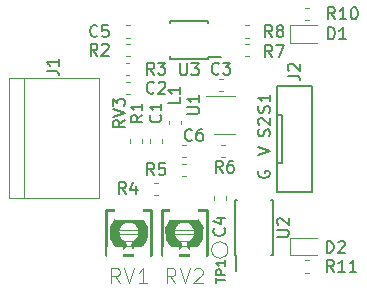
<source format=gto>
G04 #@! TF.GenerationSoftware,KiCad,Pcbnew,(5.1.2)-1*
G04 #@! TF.CreationDate,2021-06-05T09:35:00+09:00*
G04 #@! TF.ProjectId,cs,63732e6b-6963-4616-945f-706362585858,v3.3*
G04 #@! TF.SameCoordinates,Original*
G04 #@! TF.FileFunction,Legend,Top*
G04 #@! TF.FilePolarity,Positive*
%FSLAX46Y46*%
G04 Gerber Fmt 4.6, Leading zero omitted, Abs format (unit mm)*
G04 Created by KiCad (PCBNEW (5.1.2)-1) date 2021-06-05 09:35:00*
%MOMM*%
%LPD*%
G04 APERTURE LIST*
%ADD10C,0.150000*%
%ADD11C,0.120000*%
%ADD12C,0.066040*%
%ADD13C,0.254000*%
%ADD14C,0.812800*%
%ADD15C,0.101600*%
%ADD16R,0.552000X1.552000*%
%ADD17R,1.202000X0.502000*%
%ADD18C,1.102000*%
%ADD19C,0.100000*%
%ADD20C,0.692000*%
%ADD21C,0.977000*%
%ADD22O,1.902000X1.626000*%
%ADD23R,1.162000X0.752000*%
%ADD24R,1.399940X1.501540*%
%ADD25R,2.400700X1.600600*%
%ADD26R,3.102000X3.102000*%
%ADD27C,3.102000*%
G04 APERTURE END LIST*
D10*
X123275000Y-86325000D02*
X123275000Y-87675000D01*
X126425000Y-86325000D02*
X126425000Y-81675000D01*
X123175000Y-86325000D02*
X123175000Y-81675000D01*
X126425000Y-86325000D02*
X126225000Y-86325000D01*
X126425000Y-81675000D02*
X126225000Y-81675000D01*
X123175000Y-81675000D02*
X123375000Y-81675000D01*
X123175000Y-86325000D02*
X123275000Y-86325000D01*
X120925000Y-69600000D02*
X122000000Y-69600000D01*
X120925000Y-66475000D02*
X117675000Y-66475000D01*
X120925000Y-69725000D02*
X117675000Y-69725000D01*
X120925000Y-66475000D02*
X120925000Y-66700000D01*
X117675000Y-66475000D02*
X117675000Y-66700000D01*
X117675000Y-69725000D02*
X117675000Y-69500000D01*
X120925000Y-69725000D02*
X120925000Y-69600000D01*
D11*
X122600000Y-85900000D02*
G75*
G03X122600000Y-85900000I-700000J0D01*
G01*
X116349221Y-81210000D02*
X116674779Y-81210000D01*
X116349221Y-80190000D02*
X116674779Y-80190000D01*
D10*
X126700000Y-81000000D02*
X126700000Y-76500000D01*
X129700000Y-81000000D02*
X126700000Y-81000000D01*
X129700000Y-72000000D02*
X129700000Y-81000000D01*
X126700000Y-72000000D02*
X129700000Y-72000000D01*
X126700000Y-76500000D02*
X126700000Y-72000000D01*
X127200000Y-74500000D02*
X126700000Y-74500000D01*
X127200000Y-78500000D02*
X127200000Y-74500000D01*
X126700000Y-78500000D02*
X127200000Y-78500000D01*
D11*
X118610000Y-75275279D02*
X118610000Y-74949721D01*
X117590000Y-75275279D02*
X117590000Y-74949721D01*
X119050779Y-76990000D02*
X118725221Y-76990000D01*
X119050779Y-78010000D02*
X118725221Y-78010000D01*
X123200000Y-72890000D02*
X120750000Y-72890000D01*
X121400000Y-76110000D02*
X123200000Y-76110000D01*
D12*
X118252300Y-85548080D02*
X119547700Y-85548080D01*
X119547700Y-85548080D02*
X119547700Y-85149300D01*
X118252300Y-85149300D02*
X119547700Y-85149300D01*
X118252300Y-85548080D02*
X118252300Y-85149300D01*
X117850980Y-84549860D02*
X119949020Y-84549860D01*
X119949020Y-84549860D02*
X119949020Y-84250140D01*
X117850980Y-84250140D02*
X119949020Y-84250140D01*
X117850980Y-84549860D02*
X117850980Y-84250140D01*
D13*
X117000080Y-82500080D02*
X117000080Y-86299920D01*
X117000080Y-86299920D02*
X120799920Y-86299920D01*
X120799920Y-86299920D02*
X120799920Y-82500080D01*
X120799920Y-82500080D02*
X117000080Y-82500080D01*
X117000080Y-85548080D02*
X117000080Y-82500080D01*
X117000080Y-82500080D02*
X117551260Y-82500080D01*
X120799920Y-85548080D02*
X120799920Y-82500080D01*
X120799920Y-82500080D02*
X120248740Y-82500080D01*
D14*
X119501669Y-85498602D02*
G75*
G03X118300560Y-85499820I-601669J1098602D01*
G01*
D12*
X113552300Y-85546380D02*
X114847700Y-85546380D01*
X114847700Y-85546380D02*
X114847700Y-85147600D01*
X113552300Y-85147600D02*
X114847700Y-85147600D01*
X113552300Y-85546380D02*
X113552300Y-85147600D01*
X113150980Y-84548160D02*
X115249020Y-84548160D01*
X115249020Y-84548160D02*
X115249020Y-84248440D01*
X113150980Y-84248440D02*
X115249020Y-84248440D01*
X113150980Y-84548160D02*
X113150980Y-84248440D01*
D13*
X112300080Y-82498380D02*
X112300080Y-86298220D01*
X112300080Y-86298220D02*
X116099920Y-86298220D01*
X116099920Y-86298220D02*
X116099920Y-82498380D01*
X116099920Y-82498380D02*
X112300080Y-82498380D01*
X112300080Y-85546380D02*
X112300080Y-82498380D01*
X112300080Y-82498380D02*
X112851260Y-82498380D01*
X116099920Y-85546380D02*
X116099920Y-82498380D01*
X116099920Y-82498380D02*
X115548740Y-82498380D01*
D14*
X114801669Y-85496902D02*
G75*
G03X113600560Y-85498120I-601669J1098602D01*
G01*
D11*
X124362779Y-66890000D02*
X124037221Y-66890000D01*
X124362779Y-67910000D02*
X124037221Y-67910000D01*
X124362779Y-68490000D02*
X124037221Y-68490000D01*
X124362779Y-69510000D02*
X124037221Y-69510000D01*
X122350779Y-76990000D02*
X122025221Y-76990000D01*
X122350779Y-78010000D02*
X122025221Y-78010000D01*
X113925221Y-71110000D02*
X114250779Y-71110000D01*
X113925221Y-70090000D02*
X114250779Y-70090000D01*
X114274779Y-68490000D02*
X113949221Y-68490000D01*
X114274779Y-69510000D02*
X113949221Y-69510000D01*
X114274779Y-66890000D02*
X113949221Y-66890000D01*
X114274779Y-67910000D02*
X113949221Y-67910000D01*
X121390000Y-81324721D02*
X121390000Y-81650279D01*
X122410000Y-81324721D02*
X122410000Y-81650279D01*
X122150779Y-71390000D02*
X121825221Y-71390000D01*
X122150779Y-72410000D02*
X121825221Y-72410000D01*
X113949221Y-72710000D02*
X114274779Y-72710000D01*
X113949221Y-71690000D02*
X114274779Y-71690000D01*
X114290000Y-76537221D02*
X114290000Y-76862779D01*
X115310000Y-76537221D02*
X115310000Y-76862779D01*
X129137221Y-87810000D02*
X129462779Y-87810000D01*
X129137221Y-86790000D02*
X129462779Y-86790000D01*
X129137221Y-66410000D02*
X129462779Y-66410000D01*
X129137221Y-65390000D02*
X129462779Y-65390000D01*
X127815000Y-86335000D02*
X130100000Y-86335000D01*
X127815000Y-84865000D02*
X127815000Y-86335000D01*
X130100000Y-84865000D02*
X127815000Y-84865000D01*
X127815000Y-68335000D02*
X130100000Y-68335000D01*
X127815000Y-66865000D02*
X127815000Y-68335000D01*
X130100000Y-66865000D02*
X127815000Y-66865000D01*
X117010000Y-76537221D02*
X117010000Y-76862779D01*
X115990000Y-76537221D02*
X115990000Y-76862779D01*
X105360000Y-81520000D02*
X105360000Y-71360000D01*
X104090000Y-81520000D02*
X111710000Y-81520000D01*
X111710000Y-81520000D02*
X111710000Y-71360000D01*
X111710000Y-71360000D02*
X104090000Y-71360000D01*
X104090000Y-71360000D02*
X104090000Y-81520000D01*
X119050779Y-79610000D02*
X118725221Y-79610000D01*
X119050779Y-78590000D02*
X118725221Y-78590000D01*
D10*
X126752380Y-84761904D02*
X127561904Y-84761904D01*
X127657142Y-84714285D01*
X127704761Y-84666666D01*
X127752380Y-84571428D01*
X127752380Y-84380952D01*
X127704761Y-84285714D01*
X127657142Y-84238095D01*
X127561904Y-84190476D01*
X126752380Y-84190476D01*
X126847619Y-83761904D02*
X126800000Y-83714285D01*
X126752380Y-83619047D01*
X126752380Y-83380952D01*
X126800000Y-83285714D01*
X126847619Y-83238095D01*
X126942857Y-83190476D01*
X127038095Y-83190476D01*
X127180952Y-83238095D01*
X127752380Y-83809523D01*
X127752380Y-83190476D01*
X118538095Y-70102380D02*
X118538095Y-70911904D01*
X118585714Y-71007142D01*
X118633333Y-71054761D01*
X118728571Y-71102380D01*
X118919047Y-71102380D01*
X119014285Y-71054761D01*
X119061904Y-71007142D01*
X119109523Y-70911904D01*
X119109523Y-70102380D01*
X119490476Y-70102380D02*
X120109523Y-70102380D01*
X119776190Y-70483333D01*
X119919047Y-70483333D01*
X120014285Y-70530952D01*
X120061904Y-70578571D01*
X120109523Y-70673809D01*
X120109523Y-70911904D01*
X120061904Y-71007142D01*
X120014285Y-71054761D01*
X119919047Y-71102380D01*
X119633333Y-71102380D01*
X119538095Y-71054761D01*
X119490476Y-71007142D01*
X121561904Y-88709523D02*
X121561904Y-88252380D01*
X122361904Y-88480952D02*
X121561904Y-88480952D01*
X122361904Y-87985714D02*
X121561904Y-87985714D01*
X121561904Y-87680952D01*
X121600000Y-87604761D01*
X121638095Y-87566666D01*
X121714285Y-87528571D01*
X121828571Y-87528571D01*
X121904761Y-87566666D01*
X121942857Y-87604761D01*
X121980952Y-87680952D01*
X121980952Y-87985714D01*
X122361904Y-86766666D02*
X122361904Y-87223809D01*
X122361904Y-86995238D02*
X121561904Y-86995238D01*
X121676190Y-87071428D01*
X121752380Y-87147619D01*
X121790476Y-87223809D01*
X113852380Y-74895238D02*
X113376190Y-75228571D01*
X113852380Y-75466666D02*
X112852380Y-75466666D01*
X112852380Y-75085714D01*
X112900000Y-74990476D01*
X112947619Y-74942857D01*
X113042857Y-74895238D01*
X113185714Y-74895238D01*
X113280952Y-74942857D01*
X113328571Y-74990476D01*
X113376190Y-75085714D01*
X113376190Y-75466666D01*
X112852380Y-74609523D02*
X113852380Y-74276190D01*
X112852380Y-73942857D01*
X112852380Y-73704761D02*
X112852380Y-73085714D01*
X113233333Y-73419047D01*
X113233333Y-73276190D01*
X113280952Y-73180952D01*
X113328571Y-73133333D01*
X113423809Y-73085714D01*
X113661904Y-73085714D01*
X113757142Y-73133333D01*
X113804761Y-73180952D01*
X113852380Y-73276190D01*
X113852380Y-73561904D01*
X113804761Y-73657142D01*
X113757142Y-73704761D01*
X113945333Y-81152380D02*
X113612000Y-80676190D01*
X113373904Y-81152380D02*
X113373904Y-80152380D01*
X113754857Y-80152380D01*
X113850095Y-80200000D01*
X113897714Y-80247619D01*
X113945333Y-80342857D01*
X113945333Y-80485714D01*
X113897714Y-80580952D01*
X113850095Y-80628571D01*
X113754857Y-80676190D01*
X113373904Y-80676190D01*
X114802476Y-80485714D02*
X114802476Y-81152380D01*
X114564380Y-80104761D02*
X114326285Y-80819047D01*
X114945333Y-80819047D01*
X127652380Y-71133333D02*
X128366666Y-71133333D01*
X128509523Y-71180952D01*
X128604761Y-71276190D01*
X128652380Y-71419047D01*
X128652380Y-71514285D01*
X127747619Y-70704761D02*
X127700000Y-70657142D01*
X127652380Y-70561904D01*
X127652380Y-70323809D01*
X127700000Y-70228571D01*
X127747619Y-70180952D01*
X127842857Y-70133333D01*
X127938095Y-70133333D01*
X128080952Y-70180952D01*
X128652380Y-70752380D01*
X128652380Y-70133333D01*
X125200000Y-79238095D02*
X125152380Y-79333333D01*
X125152380Y-79476190D01*
X125200000Y-79619047D01*
X125295238Y-79714285D01*
X125390476Y-79761904D01*
X125580952Y-79809523D01*
X125723809Y-79809523D01*
X125914285Y-79761904D01*
X126009523Y-79714285D01*
X126104761Y-79619047D01*
X126152380Y-79476190D01*
X126152380Y-79380952D01*
X126104761Y-79238095D01*
X126057142Y-79190476D01*
X125723809Y-79190476D01*
X125723809Y-79380952D01*
X125152380Y-77833333D02*
X126152380Y-77500000D01*
X125152380Y-77166666D01*
X126104761Y-76261904D02*
X126152380Y-76119047D01*
X126152380Y-75880952D01*
X126104761Y-75785714D01*
X126057142Y-75738095D01*
X125961904Y-75690476D01*
X125866666Y-75690476D01*
X125771428Y-75738095D01*
X125723809Y-75785714D01*
X125676190Y-75880952D01*
X125628571Y-76071428D01*
X125580952Y-76166666D01*
X125533333Y-76214285D01*
X125438095Y-76261904D01*
X125342857Y-76261904D01*
X125247619Y-76214285D01*
X125200000Y-76166666D01*
X125152380Y-76071428D01*
X125152380Y-75833333D01*
X125200000Y-75690476D01*
X125247619Y-75309523D02*
X125200000Y-75261904D01*
X125152380Y-75166666D01*
X125152380Y-74928571D01*
X125200000Y-74833333D01*
X125247619Y-74785714D01*
X125342857Y-74738095D01*
X125438095Y-74738095D01*
X125580952Y-74785714D01*
X126152380Y-75357142D01*
X126152380Y-74738095D01*
X126104761Y-74261904D02*
X126152380Y-74119047D01*
X126152380Y-73880952D01*
X126104761Y-73785714D01*
X126057142Y-73738095D01*
X125961904Y-73690476D01*
X125866666Y-73690476D01*
X125771428Y-73738095D01*
X125723809Y-73785714D01*
X125676190Y-73880952D01*
X125628571Y-74071428D01*
X125580952Y-74166666D01*
X125533333Y-74214285D01*
X125438095Y-74261904D01*
X125342857Y-74261904D01*
X125247619Y-74214285D01*
X125200000Y-74166666D01*
X125152380Y-74071428D01*
X125152380Y-73833333D01*
X125200000Y-73690476D01*
X126152380Y-72738095D02*
X126152380Y-73309523D01*
X126152380Y-73023809D02*
X125152380Y-73023809D01*
X125295238Y-73119047D01*
X125390476Y-73214285D01*
X125438095Y-73309523D01*
X118552380Y-72966666D02*
X118552380Y-73442857D01*
X117552380Y-73442857D01*
X118552380Y-72109523D02*
X118552380Y-72680952D01*
X118552380Y-72395238D02*
X117552380Y-72395238D01*
X117695238Y-72490476D01*
X117790476Y-72585714D01*
X117838095Y-72680952D01*
X119533833Y-76557142D02*
X119486214Y-76604761D01*
X119343357Y-76652380D01*
X119248119Y-76652380D01*
X119105261Y-76604761D01*
X119010023Y-76509523D01*
X118962404Y-76414285D01*
X118914785Y-76223809D01*
X118914785Y-76080952D01*
X118962404Y-75890476D01*
X119010023Y-75795238D01*
X119105261Y-75700000D01*
X119248119Y-75652380D01*
X119343357Y-75652380D01*
X119486214Y-75700000D01*
X119533833Y-75747619D01*
X120390976Y-75652380D02*
X120200500Y-75652380D01*
X120105261Y-75700000D01*
X120057642Y-75747619D01*
X119962404Y-75890476D01*
X119914785Y-76080952D01*
X119914785Y-76461904D01*
X119962404Y-76557142D01*
X120010023Y-76604761D01*
X120105261Y-76652380D01*
X120295738Y-76652380D01*
X120390976Y-76604761D01*
X120438595Y-76557142D01*
X120486214Y-76461904D01*
X120486214Y-76223809D01*
X120438595Y-76128571D01*
X120390976Y-76080952D01*
X120295738Y-76033333D01*
X120105261Y-76033333D01*
X120010023Y-76080952D01*
X119962404Y-76128571D01*
X119914785Y-76223809D01*
X119152380Y-74361904D02*
X119961904Y-74361904D01*
X120057142Y-74314285D01*
X120104761Y-74266666D01*
X120152380Y-74171428D01*
X120152380Y-73980952D01*
X120104761Y-73885714D01*
X120057142Y-73838095D01*
X119961904Y-73790476D01*
X119152380Y-73790476D01*
X120152380Y-72790476D02*
X120152380Y-73361904D01*
X120152380Y-73076190D02*
X119152380Y-73076190D01*
X119295238Y-73171428D01*
X119390476Y-73266666D01*
X119438095Y-73361904D01*
D15*
X118144047Y-88724523D02*
X117720714Y-88119761D01*
X117418333Y-88724523D02*
X117418333Y-87454523D01*
X117902142Y-87454523D01*
X118023095Y-87515000D01*
X118083571Y-87575476D01*
X118144047Y-87696428D01*
X118144047Y-87877857D01*
X118083571Y-87998809D01*
X118023095Y-88059285D01*
X117902142Y-88119761D01*
X117418333Y-88119761D01*
X118506904Y-87454523D02*
X118930238Y-88724523D01*
X119353571Y-87454523D01*
X119716428Y-87575476D02*
X119776904Y-87515000D01*
X119897857Y-87454523D01*
X120200238Y-87454523D01*
X120321190Y-87515000D01*
X120381666Y-87575476D01*
X120442142Y-87696428D01*
X120442142Y-87817380D01*
X120381666Y-87998809D01*
X119655952Y-88724523D01*
X120442142Y-88724523D01*
X113444047Y-88722823D02*
X113020714Y-88118061D01*
X112718333Y-88722823D02*
X112718333Y-87452823D01*
X113202142Y-87452823D01*
X113323095Y-87513300D01*
X113383571Y-87573776D01*
X113444047Y-87694728D01*
X113444047Y-87876157D01*
X113383571Y-87997109D01*
X113323095Y-88057585D01*
X113202142Y-88118061D01*
X112718333Y-88118061D01*
X113806904Y-87452823D02*
X114230238Y-88722823D01*
X114653571Y-87452823D01*
X115742142Y-88722823D02*
X115016428Y-88722823D01*
X115379285Y-88722823D02*
X115379285Y-87452823D01*
X115258333Y-87634252D01*
X115137380Y-87755204D01*
X115016428Y-87815680D01*
D10*
X126333333Y-67852380D02*
X126000000Y-67376190D01*
X125761904Y-67852380D02*
X125761904Y-66852380D01*
X126142857Y-66852380D01*
X126238095Y-66900000D01*
X126285714Y-66947619D01*
X126333333Y-67042857D01*
X126333333Y-67185714D01*
X126285714Y-67280952D01*
X126238095Y-67328571D01*
X126142857Y-67376190D01*
X125761904Y-67376190D01*
X126904761Y-67280952D02*
X126809523Y-67233333D01*
X126761904Y-67185714D01*
X126714285Y-67090476D01*
X126714285Y-67042857D01*
X126761904Y-66947619D01*
X126809523Y-66900000D01*
X126904761Y-66852380D01*
X127095238Y-66852380D01*
X127190476Y-66900000D01*
X127238095Y-66947619D01*
X127285714Y-67042857D01*
X127285714Y-67090476D01*
X127238095Y-67185714D01*
X127190476Y-67233333D01*
X127095238Y-67280952D01*
X126904761Y-67280952D01*
X126809523Y-67328571D01*
X126761904Y-67376190D01*
X126714285Y-67471428D01*
X126714285Y-67661904D01*
X126761904Y-67757142D01*
X126809523Y-67804761D01*
X126904761Y-67852380D01*
X127095238Y-67852380D01*
X127190476Y-67804761D01*
X127238095Y-67757142D01*
X127285714Y-67661904D01*
X127285714Y-67471428D01*
X127238095Y-67376190D01*
X127190476Y-67328571D01*
X127095238Y-67280952D01*
X126333333Y-69552380D02*
X126000000Y-69076190D01*
X125761904Y-69552380D02*
X125761904Y-68552380D01*
X126142857Y-68552380D01*
X126238095Y-68600000D01*
X126285714Y-68647619D01*
X126333333Y-68742857D01*
X126333333Y-68885714D01*
X126285714Y-68980952D01*
X126238095Y-69028571D01*
X126142857Y-69076190D01*
X125761904Y-69076190D01*
X126666666Y-68552380D02*
X127333333Y-68552380D01*
X126904761Y-69552380D01*
X122133333Y-79352380D02*
X121800000Y-78876190D01*
X121561904Y-79352380D02*
X121561904Y-78352380D01*
X121942857Y-78352380D01*
X122038095Y-78400000D01*
X122085714Y-78447619D01*
X122133333Y-78542857D01*
X122133333Y-78685714D01*
X122085714Y-78780952D01*
X122038095Y-78828571D01*
X121942857Y-78876190D01*
X121561904Y-78876190D01*
X122990476Y-78352380D02*
X122800000Y-78352380D01*
X122704761Y-78400000D01*
X122657142Y-78447619D01*
X122561904Y-78590476D01*
X122514285Y-78780952D01*
X122514285Y-79161904D01*
X122561904Y-79257142D01*
X122609523Y-79304761D01*
X122704761Y-79352380D01*
X122895238Y-79352380D01*
X122990476Y-79304761D01*
X123038095Y-79257142D01*
X123085714Y-79161904D01*
X123085714Y-78923809D01*
X123038095Y-78828571D01*
X122990476Y-78780952D01*
X122895238Y-78733333D01*
X122704761Y-78733333D01*
X122609523Y-78780952D01*
X122561904Y-78828571D01*
X122514285Y-78923809D01*
X116333833Y-71052380D02*
X116000500Y-70576190D01*
X115762404Y-71052380D02*
X115762404Y-70052380D01*
X116143357Y-70052380D01*
X116238595Y-70100000D01*
X116286214Y-70147619D01*
X116333833Y-70242857D01*
X116333833Y-70385714D01*
X116286214Y-70480952D01*
X116238595Y-70528571D01*
X116143357Y-70576190D01*
X115762404Y-70576190D01*
X116667166Y-70052380D02*
X117286214Y-70052380D01*
X116952880Y-70433333D01*
X117095738Y-70433333D01*
X117190976Y-70480952D01*
X117238595Y-70528571D01*
X117286214Y-70623809D01*
X117286214Y-70861904D01*
X117238595Y-70957142D01*
X117190976Y-71004761D01*
X117095738Y-71052380D01*
X116810023Y-71052380D01*
X116714785Y-71004761D01*
X116667166Y-70957142D01*
X111533333Y-69452380D02*
X111200000Y-68976190D01*
X110961904Y-69452380D02*
X110961904Y-68452380D01*
X111342857Y-68452380D01*
X111438095Y-68500000D01*
X111485714Y-68547619D01*
X111533333Y-68642857D01*
X111533333Y-68785714D01*
X111485714Y-68880952D01*
X111438095Y-68928571D01*
X111342857Y-68976190D01*
X110961904Y-68976190D01*
X111914285Y-68547619D02*
X111961904Y-68500000D01*
X112057142Y-68452380D01*
X112295238Y-68452380D01*
X112390476Y-68500000D01*
X112438095Y-68547619D01*
X112485714Y-68642857D01*
X112485714Y-68738095D01*
X112438095Y-68880952D01*
X111866666Y-69452380D01*
X112485714Y-69452380D01*
X111532833Y-67757142D02*
X111485214Y-67804761D01*
X111342357Y-67852380D01*
X111247119Y-67852380D01*
X111104261Y-67804761D01*
X111009023Y-67709523D01*
X110961404Y-67614285D01*
X110913785Y-67423809D01*
X110913785Y-67280952D01*
X110961404Y-67090476D01*
X111009023Y-66995238D01*
X111104261Y-66900000D01*
X111247119Y-66852380D01*
X111342357Y-66852380D01*
X111485214Y-66900000D01*
X111532833Y-66947619D01*
X112437595Y-66852380D02*
X111961404Y-66852380D01*
X111913785Y-67328571D01*
X111961404Y-67280952D01*
X112056642Y-67233333D01*
X112294738Y-67233333D01*
X112389976Y-67280952D01*
X112437595Y-67328571D01*
X112485214Y-67423809D01*
X112485214Y-67661904D01*
X112437595Y-67757142D01*
X112389976Y-67804761D01*
X112294738Y-67852380D01*
X112056642Y-67852380D01*
X111961404Y-67804761D01*
X111913785Y-67757142D01*
X122257142Y-84066666D02*
X122304761Y-84114285D01*
X122352380Y-84257142D01*
X122352380Y-84352380D01*
X122304761Y-84495238D01*
X122209523Y-84590476D01*
X122114285Y-84638095D01*
X121923809Y-84685714D01*
X121780952Y-84685714D01*
X121590476Y-84638095D01*
X121495238Y-84590476D01*
X121400000Y-84495238D01*
X121352380Y-84352380D01*
X121352380Y-84257142D01*
X121400000Y-84114285D01*
X121447619Y-84066666D01*
X121685714Y-83209523D02*
X122352380Y-83209523D01*
X121304761Y-83447619D02*
X122019047Y-83685714D01*
X122019047Y-83066666D01*
X121833333Y-70957142D02*
X121785714Y-71004761D01*
X121642857Y-71052380D01*
X121547619Y-71052380D01*
X121404761Y-71004761D01*
X121309523Y-70909523D01*
X121261904Y-70814285D01*
X121214285Y-70623809D01*
X121214285Y-70480952D01*
X121261904Y-70290476D01*
X121309523Y-70195238D01*
X121404761Y-70100000D01*
X121547619Y-70052380D01*
X121642857Y-70052380D01*
X121785714Y-70100000D01*
X121833333Y-70147619D01*
X122166666Y-70052380D02*
X122785714Y-70052380D01*
X122452380Y-70433333D01*
X122595238Y-70433333D01*
X122690476Y-70480952D01*
X122738095Y-70528571D01*
X122785714Y-70623809D01*
X122785714Y-70861904D01*
X122738095Y-70957142D01*
X122690476Y-71004761D01*
X122595238Y-71052380D01*
X122309523Y-71052380D01*
X122214285Y-71004761D01*
X122166666Y-70957142D01*
X116332833Y-72557142D02*
X116285214Y-72604761D01*
X116142357Y-72652380D01*
X116047119Y-72652380D01*
X115904261Y-72604761D01*
X115809023Y-72509523D01*
X115761404Y-72414285D01*
X115713785Y-72223809D01*
X115713785Y-72080952D01*
X115761404Y-71890476D01*
X115809023Y-71795238D01*
X115904261Y-71700000D01*
X116047119Y-71652380D01*
X116142357Y-71652380D01*
X116285214Y-71700000D01*
X116332833Y-71747619D01*
X116713785Y-71747619D02*
X116761404Y-71700000D01*
X116856642Y-71652380D01*
X117094738Y-71652380D01*
X117189976Y-71700000D01*
X117237595Y-71747619D01*
X117285214Y-71842857D01*
X117285214Y-71938095D01*
X117237595Y-72080952D01*
X116666166Y-72652380D01*
X117285214Y-72652380D01*
X115352380Y-74466666D02*
X114876190Y-74800000D01*
X115352380Y-75038095D02*
X114352380Y-75038095D01*
X114352380Y-74657142D01*
X114400000Y-74561904D01*
X114447619Y-74514285D01*
X114542857Y-74466666D01*
X114685714Y-74466666D01*
X114780952Y-74514285D01*
X114828571Y-74561904D01*
X114876190Y-74657142D01*
X114876190Y-75038095D01*
X115352380Y-73514285D02*
X115352380Y-74085714D01*
X115352380Y-73800000D02*
X114352380Y-73800000D01*
X114495238Y-73895238D01*
X114590476Y-73990476D01*
X114638095Y-74085714D01*
X131557142Y-87752380D02*
X131223809Y-87276190D01*
X130985714Y-87752380D02*
X130985714Y-86752380D01*
X131366666Y-86752380D01*
X131461904Y-86800000D01*
X131509523Y-86847619D01*
X131557142Y-86942857D01*
X131557142Y-87085714D01*
X131509523Y-87180952D01*
X131461904Y-87228571D01*
X131366666Y-87276190D01*
X130985714Y-87276190D01*
X132509523Y-87752380D02*
X131938095Y-87752380D01*
X132223809Y-87752380D02*
X132223809Y-86752380D01*
X132128571Y-86895238D01*
X132033333Y-86990476D01*
X131938095Y-87038095D01*
X133461904Y-87752380D02*
X132890476Y-87752380D01*
X133176190Y-87752380D02*
X133176190Y-86752380D01*
X133080952Y-86895238D01*
X132985714Y-86990476D01*
X132890476Y-87038095D01*
X131657142Y-66352380D02*
X131323809Y-65876190D01*
X131085714Y-66352380D02*
X131085714Y-65352380D01*
X131466666Y-65352380D01*
X131561904Y-65400000D01*
X131609523Y-65447619D01*
X131657142Y-65542857D01*
X131657142Y-65685714D01*
X131609523Y-65780952D01*
X131561904Y-65828571D01*
X131466666Y-65876190D01*
X131085714Y-65876190D01*
X132609523Y-66352380D02*
X132038095Y-66352380D01*
X132323809Y-66352380D02*
X132323809Y-65352380D01*
X132228571Y-65495238D01*
X132133333Y-65590476D01*
X132038095Y-65638095D01*
X133228571Y-65352380D02*
X133323809Y-65352380D01*
X133419047Y-65400000D01*
X133466666Y-65447619D01*
X133514285Y-65542857D01*
X133561904Y-65733333D01*
X133561904Y-65971428D01*
X133514285Y-66161904D01*
X133466666Y-66257142D01*
X133419047Y-66304761D01*
X133323809Y-66352380D01*
X133228571Y-66352380D01*
X133133333Y-66304761D01*
X133085714Y-66257142D01*
X133038095Y-66161904D01*
X132990476Y-65971428D01*
X132990476Y-65733333D01*
X133038095Y-65542857D01*
X133085714Y-65447619D01*
X133133333Y-65400000D01*
X133228571Y-65352380D01*
X130961904Y-86152380D02*
X130961904Y-85152380D01*
X131200000Y-85152380D01*
X131342857Y-85200000D01*
X131438095Y-85295238D01*
X131485714Y-85390476D01*
X131533333Y-85580952D01*
X131533333Y-85723809D01*
X131485714Y-85914285D01*
X131438095Y-86009523D01*
X131342857Y-86104761D01*
X131200000Y-86152380D01*
X130961904Y-86152380D01*
X131914285Y-85247619D02*
X131961904Y-85200000D01*
X132057142Y-85152380D01*
X132295238Y-85152380D01*
X132390476Y-85200000D01*
X132438095Y-85247619D01*
X132485714Y-85342857D01*
X132485714Y-85438095D01*
X132438095Y-85580952D01*
X131866666Y-86152380D01*
X132485714Y-86152380D01*
X131061904Y-68052380D02*
X131061904Y-67052380D01*
X131300000Y-67052380D01*
X131442857Y-67100000D01*
X131538095Y-67195238D01*
X131585714Y-67290476D01*
X131633333Y-67480952D01*
X131633333Y-67623809D01*
X131585714Y-67814285D01*
X131538095Y-67909523D01*
X131442857Y-68004761D01*
X131300000Y-68052380D01*
X131061904Y-68052380D01*
X132585714Y-68052380D02*
X132014285Y-68052380D01*
X132300000Y-68052380D02*
X132300000Y-67052380D01*
X132204761Y-67195238D01*
X132109523Y-67290476D01*
X132014285Y-67338095D01*
X116857142Y-74466666D02*
X116904761Y-74514285D01*
X116952380Y-74657142D01*
X116952380Y-74752380D01*
X116904761Y-74895238D01*
X116809523Y-74990476D01*
X116714285Y-75038095D01*
X116523809Y-75085714D01*
X116380952Y-75085714D01*
X116190476Y-75038095D01*
X116095238Y-74990476D01*
X116000000Y-74895238D01*
X115952380Y-74752380D01*
X115952380Y-74657142D01*
X116000000Y-74514285D01*
X116047619Y-74466666D01*
X116952380Y-73514285D02*
X116952380Y-74085714D01*
X116952380Y-73800000D02*
X115952380Y-73800000D01*
X116095238Y-73895238D01*
X116190476Y-73990476D01*
X116238095Y-74085714D01*
X107252380Y-70733333D02*
X107966666Y-70733333D01*
X108109523Y-70780952D01*
X108204761Y-70876190D01*
X108252380Y-71019047D01*
X108252380Y-71114285D01*
X108252380Y-69733333D02*
X108252380Y-70304761D01*
X108252380Y-70019047D02*
X107252380Y-70019047D01*
X107395238Y-70114285D01*
X107490476Y-70209523D01*
X107538095Y-70304761D01*
X116333833Y-79552380D02*
X116000500Y-79076190D01*
X115762404Y-79552380D02*
X115762404Y-78552380D01*
X116143357Y-78552380D01*
X116238595Y-78600000D01*
X116286214Y-78647619D01*
X116333833Y-78742857D01*
X116333833Y-78885714D01*
X116286214Y-78980952D01*
X116238595Y-79028571D01*
X116143357Y-79076190D01*
X115762404Y-79076190D01*
X117238595Y-78552380D02*
X116762404Y-78552380D01*
X116714785Y-79028571D01*
X116762404Y-78980952D01*
X116857642Y-78933333D01*
X117095738Y-78933333D01*
X117190976Y-78980952D01*
X117238595Y-79028571D01*
X117286214Y-79123809D01*
X117286214Y-79361904D01*
X117238595Y-79457142D01*
X117190976Y-79504761D01*
X117095738Y-79552380D01*
X116857642Y-79552380D01*
X116762404Y-79504761D01*
X116714785Y-79457142D01*
%LPC*%
D16*
X123825000Y-81050000D03*
X124475000Y-81050000D03*
X125125000Y-81050000D03*
X125775000Y-81050000D03*
X125775000Y-86950000D03*
X125125000Y-86950000D03*
X124475000Y-86950000D03*
X123825000Y-86950000D03*
D17*
X117150000Y-69075000D03*
X117150000Y-68425000D03*
X117150000Y-67775000D03*
X117150000Y-67125000D03*
X121450000Y-67125000D03*
X121450000Y-67775000D03*
X121450000Y-68425000D03*
X121450000Y-69075000D03*
D18*
X121900000Y-85900000D03*
D19*
G36*
X113614957Y-76754833D02*
G01*
X113631751Y-76757324D01*
X113648219Y-76761449D01*
X113664204Y-76767169D01*
X113679552Y-76774428D01*
X113694114Y-76783156D01*
X113707750Y-76793269D01*
X113720329Y-76804671D01*
X113731731Y-76817250D01*
X113741844Y-76830886D01*
X113750572Y-76845448D01*
X113757831Y-76860796D01*
X113763551Y-76876781D01*
X113767676Y-76893249D01*
X113770167Y-76910043D01*
X113771000Y-76927000D01*
X113771000Y-77273000D01*
X113770167Y-77289957D01*
X113767676Y-77306751D01*
X113763551Y-77323219D01*
X113757831Y-77339204D01*
X113750572Y-77354552D01*
X113741844Y-77369114D01*
X113731731Y-77382750D01*
X113720329Y-77395329D01*
X113707750Y-77406731D01*
X113694114Y-77416844D01*
X113679552Y-77425572D01*
X113664204Y-77432831D01*
X113648219Y-77438551D01*
X113631751Y-77442676D01*
X113614957Y-77445167D01*
X113598000Y-77446000D01*
X113202000Y-77446000D01*
X113185043Y-77445167D01*
X113168249Y-77442676D01*
X113151781Y-77438551D01*
X113135796Y-77432831D01*
X113120448Y-77425572D01*
X113105886Y-77416844D01*
X113092250Y-77406731D01*
X113079671Y-77395329D01*
X113068269Y-77382750D01*
X113058156Y-77369114D01*
X113049428Y-77354552D01*
X113042169Y-77339204D01*
X113036449Y-77323219D01*
X113032324Y-77306751D01*
X113029833Y-77289957D01*
X113029000Y-77273000D01*
X113029000Y-76927000D01*
X113029833Y-76910043D01*
X113032324Y-76893249D01*
X113036449Y-76876781D01*
X113042169Y-76860796D01*
X113049428Y-76845448D01*
X113058156Y-76830886D01*
X113068269Y-76817250D01*
X113079671Y-76804671D01*
X113092250Y-76793269D01*
X113105886Y-76783156D01*
X113120448Y-76774428D01*
X113135796Y-76767169D01*
X113151781Y-76761449D01*
X113168249Y-76757324D01*
X113185043Y-76754833D01*
X113202000Y-76754000D01*
X113598000Y-76754000D01*
X113614957Y-76754833D01*
X113614957Y-76754833D01*
G37*
D20*
X113400000Y-77100000D03*
D19*
G36*
X113614957Y-75784833D02*
G01*
X113631751Y-75787324D01*
X113648219Y-75791449D01*
X113664204Y-75797169D01*
X113679552Y-75804428D01*
X113694114Y-75813156D01*
X113707750Y-75823269D01*
X113720329Y-75834671D01*
X113731731Y-75847250D01*
X113741844Y-75860886D01*
X113750572Y-75875448D01*
X113757831Y-75890796D01*
X113763551Y-75906781D01*
X113767676Y-75923249D01*
X113770167Y-75940043D01*
X113771000Y-75957000D01*
X113771000Y-76303000D01*
X113770167Y-76319957D01*
X113767676Y-76336751D01*
X113763551Y-76353219D01*
X113757831Y-76369204D01*
X113750572Y-76384552D01*
X113741844Y-76399114D01*
X113731731Y-76412750D01*
X113720329Y-76425329D01*
X113707750Y-76436731D01*
X113694114Y-76446844D01*
X113679552Y-76455572D01*
X113664204Y-76462831D01*
X113648219Y-76468551D01*
X113631751Y-76472676D01*
X113614957Y-76475167D01*
X113598000Y-76476000D01*
X113202000Y-76476000D01*
X113185043Y-76475167D01*
X113168249Y-76472676D01*
X113151781Y-76468551D01*
X113135796Y-76462831D01*
X113120448Y-76455572D01*
X113105886Y-76446844D01*
X113092250Y-76436731D01*
X113079671Y-76425329D01*
X113068269Y-76412750D01*
X113058156Y-76399114D01*
X113049428Y-76384552D01*
X113042169Y-76369204D01*
X113036449Y-76353219D01*
X113032324Y-76336751D01*
X113029833Y-76319957D01*
X113029000Y-76303000D01*
X113029000Y-75957000D01*
X113029833Y-75940043D01*
X113032324Y-75923249D01*
X113036449Y-75906781D01*
X113042169Y-75890796D01*
X113049428Y-75875448D01*
X113058156Y-75860886D01*
X113068269Y-75847250D01*
X113079671Y-75834671D01*
X113092250Y-75823269D01*
X113105886Y-75813156D01*
X113120448Y-75804428D01*
X113135796Y-75797169D01*
X113151781Y-75791449D01*
X113168249Y-75787324D01*
X113185043Y-75784833D01*
X113202000Y-75784000D01*
X113598000Y-75784000D01*
X113614957Y-75784833D01*
X113614957Y-75784833D01*
G37*
D20*
X113400000Y-76130000D03*
D19*
G36*
X117567691Y-80175176D02*
G01*
X117591401Y-80178693D01*
X117614652Y-80184517D01*
X117637220Y-80192592D01*
X117658889Y-80202841D01*
X117679448Y-80215164D01*
X117698701Y-80229442D01*
X117716461Y-80245539D01*
X117732558Y-80263299D01*
X117746836Y-80282552D01*
X117759159Y-80303111D01*
X117769408Y-80324780D01*
X117777483Y-80347348D01*
X117783307Y-80370599D01*
X117786824Y-80394309D01*
X117788000Y-80418250D01*
X117788000Y-80981750D01*
X117786824Y-81005691D01*
X117783307Y-81029401D01*
X117777483Y-81052652D01*
X117769408Y-81075220D01*
X117759159Y-81096889D01*
X117746836Y-81117448D01*
X117732558Y-81136701D01*
X117716461Y-81154461D01*
X117698701Y-81170558D01*
X117679448Y-81184836D01*
X117658889Y-81197159D01*
X117637220Y-81207408D01*
X117614652Y-81215483D01*
X117591401Y-81221307D01*
X117567691Y-81224824D01*
X117543750Y-81226000D01*
X117055250Y-81226000D01*
X117031309Y-81224824D01*
X117007599Y-81221307D01*
X116984348Y-81215483D01*
X116961780Y-81207408D01*
X116940111Y-81197159D01*
X116919552Y-81184836D01*
X116900299Y-81170558D01*
X116882539Y-81154461D01*
X116866442Y-81136701D01*
X116852164Y-81117448D01*
X116839841Y-81096889D01*
X116829592Y-81075220D01*
X116821517Y-81052652D01*
X116815693Y-81029401D01*
X116812176Y-81005691D01*
X116811000Y-80981750D01*
X116811000Y-80418250D01*
X116812176Y-80394309D01*
X116815693Y-80370599D01*
X116821517Y-80347348D01*
X116829592Y-80324780D01*
X116839841Y-80303111D01*
X116852164Y-80282552D01*
X116866442Y-80263299D01*
X116882539Y-80245539D01*
X116900299Y-80229442D01*
X116919552Y-80215164D01*
X116940111Y-80202841D01*
X116961780Y-80192592D01*
X116984348Y-80184517D01*
X117007599Y-80178693D01*
X117031309Y-80175176D01*
X117055250Y-80174000D01*
X117543750Y-80174000D01*
X117567691Y-80175176D01*
X117567691Y-80175176D01*
G37*
D21*
X117299500Y-80700000D03*
D19*
G36*
X115992691Y-80175176D02*
G01*
X116016401Y-80178693D01*
X116039652Y-80184517D01*
X116062220Y-80192592D01*
X116083889Y-80202841D01*
X116104448Y-80215164D01*
X116123701Y-80229442D01*
X116141461Y-80245539D01*
X116157558Y-80263299D01*
X116171836Y-80282552D01*
X116184159Y-80303111D01*
X116194408Y-80324780D01*
X116202483Y-80347348D01*
X116208307Y-80370599D01*
X116211824Y-80394309D01*
X116213000Y-80418250D01*
X116213000Y-80981750D01*
X116211824Y-81005691D01*
X116208307Y-81029401D01*
X116202483Y-81052652D01*
X116194408Y-81075220D01*
X116184159Y-81096889D01*
X116171836Y-81117448D01*
X116157558Y-81136701D01*
X116141461Y-81154461D01*
X116123701Y-81170558D01*
X116104448Y-81184836D01*
X116083889Y-81197159D01*
X116062220Y-81207408D01*
X116039652Y-81215483D01*
X116016401Y-81221307D01*
X115992691Y-81224824D01*
X115968750Y-81226000D01*
X115480250Y-81226000D01*
X115456309Y-81224824D01*
X115432599Y-81221307D01*
X115409348Y-81215483D01*
X115386780Y-81207408D01*
X115365111Y-81197159D01*
X115344552Y-81184836D01*
X115325299Y-81170558D01*
X115307539Y-81154461D01*
X115291442Y-81136701D01*
X115277164Y-81117448D01*
X115264841Y-81096889D01*
X115254592Y-81075220D01*
X115246517Y-81052652D01*
X115240693Y-81029401D01*
X115237176Y-81005691D01*
X115236000Y-80981750D01*
X115236000Y-80418250D01*
X115237176Y-80394309D01*
X115240693Y-80370599D01*
X115246517Y-80347348D01*
X115254592Y-80324780D01*
X115264841Y-80303111D01*
X115277164Y-80282552D01*
X115291442Y-80263299D01*
X115307539Y-80245539D01*
X115325299Y-80229442D01*
X115344552Y-80215164D01*
X115365111Y-80202841D01*
X115386780Y-80192592D01*
X115409348Y-80184517D01*
X115432599Y-80178693D01*
X115456309Y-80175176D01*
X115480250Y-80174000D01*
X115968750Y-80174000D01*
X115992691Y-80175176D01*
X115992691Y-80175176D01*
G37*
D21*
X115724500Y-80700000D03*
D22*
X128200000Y-79500000D03*
X128200000Y-77500000D03*
X128200000Y-75500000D03*
X128200000Y-73500000D03*
D19*
G36*
X118405691Y-73837676D02*
G01*
X118429401Y-73841193D01*
X118452652Y-73847017D01*
X118475220Y-73855092D01*
X118496889Y-73865341D01*
X118517448Y-73877664D01*
X118536701Y-73891942D01*
X118554461Y-73908039D01*
X118570558Y-73925799D01*
X118584836Y-73945052D01*
X118597159Y-73965611D01*
X118607408Y-73987280D01*
X118615483Y-74009848D01*
X118621307Y-74033099D01*
X118624824Y-74056809D01*
X118626000Y-74080750D01*
X118626000Y-74569250D01*
X118624824Y-74593191D01*
X118621307Y-74616901D01*
X118615483Y-74640152D01*
X118607408Y-74662720D01*
X118597159Y-74684389D01*
X118584836Y-74704948D01*
X118570558Y-74724201D01*
X118554461Y-74741961D01*
X118536701Y-74758058D01*
X118517448Y-74772336D01*
X118496889Y-74784659D01*
X118475220Y-74794908D01*
X118452652Y-74802983D01*
X118429401Y-74808807D01*
X118405691Y-74812324D01*
X118381750Y-74813500D01*
X117818250Y-74813500D01*
X117794309Y-74812324D01*
X117770599Y-74808807D01*
X117747348Y-74802983D01*
X117724780Y-74794908D01*
X117703111Y-74784659D01*
X117682552Y-74772336D01*
X117663299Y-74758058D01*
X117645539Y-74741961D01*
X117629442Y-74724201D01*
X117615164Y-74704948D01*
X117602841Y-74684389D01*
X117592592Y-74662720D01*
X117584517Y-74640152D01*
X117578693Y-74616901D01*
X117575176Y-74593191D01*
X117574000Y-74569250D01*
X117574000Y-74080750D01*
X117575176Y-74056809D01*
X117578693Y-74033099D01*
X117584517Y-74009848D01*
X117592592Y-73987280D01*
X117602841Y-73965611D01*
X117615164Y-73945052D01*
X117629442Y-73925799D01*
X117645539Y-73908039D01*
X117663299Y-73891942D01*
X117682552Y-73877664D01*
X117703111Y-73865341D01*
X117724780Y-73855092D01*
X117747348Y-73847017D01*
X117770599Y-73841193D01*
X117794309Y-73837676D01*
X117818250Y-73836500D01*
X118381750Y-73836500D01*
X118405691Y-73837676D01*
X118405691Y-73837676D01*
G37*
D21*
X118100000Y-74325000D03*
D19*
G36*
X118405691Y-75412676D02*
G01*
X118429401Y-75416193D01*
X118452652Y-75422017D01*
X118475220Y-75430092D01*
X118496889Y-75440341D01*
X118517448Y-75452664D01*
X118536701Y-75466942D01*
X118554461Y-75483039D01*
X118570558Y-75500799D01*
X118584836Y-75520052D01*
X118597159Y-75540611D01*
X118607408Y-75562280D01*
X118615483Y-75584848D01*
X118621307Y-75608099D01*
X118624824Y-75631809D01*
X118626000Y-75655750D01*
X118626000Y-76144250D01*
X118624824Y-76168191D01*
X118621307Y-76191901D01*
X118615483Y-76215152D01*
X118607408Y-76237720D01*
X118597159Y-76259389D01*
X118584836Y-76279948D01*
X118570558Y-76299201D01*
X118554461Y-76316961D01*
X118536701Y-76333058D01*
X118517448Y-76347336D01*
X118496889Y-76359659D01*
X118475220Y-76369908D01*
X118452652Y-76377983D01*
X118429401Y-76383807D01*
X118405691Y-76387324D01*
X118381750Y-76388500D01*
X117818250Y-76388500D01*
X117794309Y-76387324D01*
X117770599Y-76383807D01*
X117747348Y-76377983D01*
X117724780Y-76369908D01*
X117703111Y-76359659D01*
X117682552Y-76347336D01*
X117663299Y-76333058D01*
X117645539Y-76316961D01*
X117629442Y-76299201D01*
X117615164Y-76279948D01*
X117602841Y-76259389D01*
X117592592Y-76237720D01*
X117584517Y-76215152D01*
X117578693Y-76191901D01*
X117575176Y-76168191D01*
X117574000Y-76144250D01*
X117574000Y-75655750D01*
X117575176Y-75631809D01*
X117578693Y-75608099D01*
X117584517Y-75584848D01*
X117592592Y-75562280D01*
X117602841Y-75540611D01*
X117615164Y-75520052D01*
X117629442Y-75500799D01*
X117645539Y-75483039D01*
X117663299Y-75466942D01*
X117682552Y-75452664D01*
X117703111Y-75440341D01*
X117724780Y-75430092D01*
X117747348Y-75422017D01*
X117770599Y-75416193D01*
X117794309Y-75412676D01*
X117818250Y-75411500D01*
X118381750Y-75411500D01*
X118405691Y-75412676D01*
X118405691Y-75412676D01*
G37*
D21*
X118100000Y-75900000D03*
D19*
G36*
X118368691Y-76975176D02*
G01*
X118392401Y-76978693D01*
X118415652Y-76984517D01*
X118438220Y-76992592D01*
X118459889Y-77002841D01*
X118480448Y-77015164D01*
X118499701Y-77029442D01*
X118517461Y-77045539D01*
X118533558Y-77063299D01*
X118547836Y-77082552D01*
X118560159Y-77103111D01*
X118570408Y-77124780D01*
X118578483Y-77147348D01*
X118584307Y-77170599D01*
X118587824Y-77194309D01*
X118589000Y-77218250D01*
X118589000Y-77781750D01*
X118587824Y-77805691D01*
X118584307Y-77829401D01*
X118578483Y-77852652D01*
X118570408Y-77875220D01*
X118560159Y-77896889D01*
X118547836Y-77917448D01*
X118533558Y-77936701D01*
X118517461Y-77954461D01*
X118499701Y-77970558D01*
X118480448Y-77984836D01*
X118459889Y-77997159D01*
X118438220Y-78007408D01*
X118415652Y-78015483D01*
X118392401Y-78021307D01*
X118368691Y-78024824D01*
X118344750Y-78026000D01*
X117856250Y-78026000D01*
X117832309Y-78024824D01*
X117808599Y-78021307D01*
X117785348Y-78015483D01*
X117762780Y-78007408D01*
X117741111Y-77997159D01*
X117720552Y-77984836D01*
X117701299Y-77970558D01*
X117683539Y-77954461D01*
X117667442Y-77936701D01*
X117653164Y-77917448D01*
X117640841Y-77896889D01*
X117630592Y-77875220D01*
X117622517Y-77852652D01*
X117616693Y-77829401D01*
X117613176Y-77805691D01*
X117612000Y-77781750D01*
X117612000Y-77218250D01*
X117613176Y-77194309D01*
X117616693Y-77170599D01*
X117622517Y-77147348D01*
X117630592Y-77124780D01*
X117640841Y-77103111D01*
X117653164Y-77082552D01*
X117667442Y-77063299D01*
X117683539Y-77045539D01*
X117701299Y-77029442D01*
X117720552Y-77015164D01*
X117741111Y-77002841D01*
X117762780Y-76992592D01*
X117785348Y-76984517D01*
X117808599Y-76978693D01*
X117832309Y-76975176D01*
X117856250Y-76974000D01*
X118344750Y-76974000D01*
X118368691Y-76975176D01*
X118368691Y-76975176D01*
G37*
D21*
X118100500Y-77500000D03*
D19*
G36*
X119943691Y-76975176D02*
G01*
X119967401Y-76978693D01*
X119990652Y-76984517D01*
X120013220Y-76992592D01*
X120034889Y-77002841D01*
X120055448Y-77015164D01*
X120074701Y-77029442D01*
X120092461Y-77045539D01*
X120108558Y-77063299D01*
X120122836Y-77082552D01*
X120135159Y-77103111D01*
X120145408Y-77124780D01*
X120153483Y-77147348D01*
X120159307Y-77170599D01*
X120162824Y-77194309D01*
X120164000Y-77218250D01*
X120164000Y-77781750D01*
X120162824Y-77805691D01*
X120159307Y-77829401D01*
X120153483Y-77852652D01*
X120145408Y-77875220D01*
X120135159Y-77896889D01*
X120122836Y-77917448D01*
X120108558Y-77936701D01*
X120092461Y-77954461D01*
X120074701Y-77970558D01*
X120055448Y-77984836D01*
X120034889Y-77997159D01*
X120013220Y-78007408D01*
X119990652Y-78015483D01*
X119967401Y-78021307D01*
X119943691Y-78024824D01*
X119919750Y-78026000D01*
X119431250Y-78026000D01*
X119407309Y-78024824D01*
X119383599Y-78021307D01*
X119360348Y-78015483D01*
X119337780Y-78007408D01*
X119316111Y-77997159D01*
X119295552Y-77984836D01*
X119276299Y-77970558D01*
X119258539Y-77954461D01*
X119242442Y-77936701D01*
X119228164Y-77917448D01*
X119215841Y-77896889D01*
X119205592Y-77875220D01*
X119197517Y-77852652D01*
X119191693Y-77829401D01*
X119188176Y-77805691D01*
X119187000Y-77781750D01*
X119187000Y-77218250D01*
X119188176Y-77194309D01*
X119191693Y-77170599D01*
X119197517Y-77147348D01*
X119205592Y-77124780D01*
X119215841Y-77103111D01*
X119228164Y-77082552D01*
X119242442Y-77063299D01*
X119258539Y-77045539D01*
X119276299Y-77029442D01*
X119295552Y-77015164D01*
X119316111Y-77002841D01*
X119337780Y-76992592D01*
X119360348Y-76984517D01*
X119383599Y-76978693D01*
X119407309Y-76975176D01*
X119431250Y-76974000D01*
X119919750Y-76974000D01*
X119943691Y-76975176D01*
X119943691Y-76975176D01*
G37*
D21*
X119675500Y-77500000D03*
D23*
X123400000Y-73550000D03*
X123400000Y-75450000D03*
X121200000Y-75450000D03*
X121200000Y-74500000D03*
X121200000Y-73550000D03*
D24*
X117751920Y-86449780D03*
D25*
X118900000Y-82601680D03*
D24*
X120048080Y-86449780D03*
X113051920Y-86448080D03*
D25*
X114200000Y-82599980D03*
D24*
X115348080Y-86448080D03*
D19*
G36*
X123680691Y-66875176D02*
G01*
X123704401Y-66878693D01*
X123727652Y-66884517D01*
X123750220Y-66892592D01*
X123771889Y-66902841D01*
X123792448Y-66915164D01*
X123811701Y-66929442D01*
X123829461Y-66945539D01*
X123845558Y-66963299D01*
X123859836Y-66982552D01*
X123872159Y-67003111D01*
X123882408Y-67024780D01*
X123890483Y-67047348D01*
X123896307Y-67070599D01*
X123899824Y-67094309D01*
X123901000Y-67118250D01*
X123901000Y-67681750D01*
X123899824Y-67705691D01*
X123896307Y-67729401D01*
X123890483Y-67752652D01*
X123882408Y-67775220D01*
X123872159Y-67796889D01*
X123859836Y-67817448D01*
X123845558Y-67836701D01*
X123829461Y-67854461D01*
X123811701Y-67870558D01*
X123792448Y-67884836D01*
X123771889Y-67897159D01*
X123750220Y-67907408D01*
X123727652Y-67915483D01*
X123704401Y-67921307D01*
X123680691Y-67924824D01*
X123656750Y-67926000D01*
X123168250Y-67926000D01*
X123144309Y-67924824D01*
X123120599Y-67921307D01*
X123097348Y-67915483D01*
X123074780Y-67907408D01*
X123053111Y-67897159D01*
X123032552Y-67884836D01*
X123013299Y-67870558D01*
X122995539Y-67854461D01*
X122979442Y-67836701D01*
X122965164Y-67817448D01*
X122952841Y-67796889D01*
X122942592Y-67775220D01*
X122934517Y-67752652D01*
X122928693Y-67729401D01*
X122925176Y-67705691D01*
X122924000Y-67681750D01*
X122924000Y-67118250D01*
X122925176Y-67094309D01*
X122928693Y-67070599D01*
X122934517Y-67047348D01*
X122942592Y-67024780D01*
X122952841Y-67003111D01*
X122965164Y-66982552D01*
X122979442Y-66963299D01*
X122995539Y-66945539D01*
X123013299Y-66929442D01*
X123032552Y-66915164D01*
X123053111Y-66902841D01*
X123074780Y-66892592D01*
X123097348Y-66884517D01*
X123120599Y-66878693D01*
X123144309Y-66875176D01*
X123168250Y-66874000D01*
X123656750Y-66874000D01*
X123680691Y-66875176D01*
X123680691Y-66875176D01*
G37*
D21*
X123412500Y-67400000D03*
D19*
G36*
X125255691Y-66875176D02*
G01*
X125279401Y-66878693D01*
X125302652Y-66884517D01*
X125325220Y-66892592D01*
X125346889Y-66902841D01*
X125367448Y-66915164D01*
X125386701Y-66929442D01*
X125404461Y-66945539D01*
X125420558Y-66963299D01*
X125434836Y-66982552D01*
X125447159Y-67003111D01*
X125457408Y-67024780D01*
X125465483Y-67047348D01*
X125471307Y-67070599D01*
X125474824Y-67094309D01*
X125476000Y-67118250D01*
X125476000Y-67681750D01*
X125474824Y-67705691D01*
X125471307Y-67729401D01*
X125465483Y-67752652D01*
X125457408Y-67775220D01*
X125447159Y-67796889D01*
X125434836Y-67817448D01*
X125420558Y-67836701D01*
X125404461Y-67854461D01*
X125386701Y-67870558D01*
X125367448Y-67884836D01*
X125346889Y-67897159D01*
X125325220Y-67907408D01*
X125302652Y-67915483D01*
X125279401Y-67921307D01*
X125255691Y-67924824D01*
X125231750Y-67926000D01*
X124743250Y-67926000D01*
X124719309Y-67924824D01*
X124695599Y-67921307D01*
X124672348Y-67915483D01*
X124649780Y-67907408D01*
X124628111Y-67897159D01*
X124607552Y-67884836D01*
X124588299Y-67870558D01*
X124570539Y-67854461D01*
X124554442Y-67836701D01*
X124540164Y-67817448D01*
X124527841Y-67796889D01*
X124517592Y-67775220D01*
X124509517Y-67752652D01*
X124503693Y-67729401D01*
X124500176Y-67705691D01*
X124499000Y-67681750D01*
X124499000Y-67118250D01*
X124500176Y-67094309D01*
X124503693Y-67070599D01*
X124509517Y-67047348D01*
X124517592Y-67024780D01*
X124527841Y-67003111D01*
X124540164Y-66982552D01*
X124554442Y-66963299D01*
X124570539Y-66945539D01*
X124588299Y-66929442D01*
X124607552Y-66915164D01*
X124628111Y-66902841D01*
X124649780Y-66892592D01*
X124672348Y-66884517D01*
X124695599Y-66878693D01*
X124719309Y-66875176D01*
X124743250Y-66874000D01*
X125231750Y-66874000D01*
X125255691Y-66875176D01*
X125255691Y-66875176D01*
G37*
D21*
X124987500Y-67400000D03*
D19*
G36*
X123680691Y-68475176D02*
G01*
X123704401Y-68478693D01*
X123727652Y-68484517D01*
X123750220Y-68492592D01*
X123771889Y-68502841D01*
X123792448Y-68515164D01*
X123811701Y-68529442D01*
X123829461Y-68545539D01*
X123845558Y-68563299D01*
X123859836Y-68582552D01*
X123872159Y-68603111D01*
X123882408Y-68624780D01*
X123890483Y-68647348D01*
X123896307Y-68670599D01*
X123899824Y-68694309D01*
X123901000Y-68718250D01*
X123901000Y-69281750D01*
X123899824Y-69305691D01*
X123896307Y-69329401D01*
X123890483Y-69352652D01*
X123882408Y-69375220D01*
X123872159Y-69396889D01*
X123859836Y-69417448D01*
X123845558Y-69436701D01*
X123829461Y-69454461D01*
X123811701Y-69470558D01*
X123792448Y-69484836D01*
X123771889Y-69497159D01*
X123750220Y-69507408D01*
X123727652Y-69515483D01*
X123704401Y-69521307D01*
X123680691Y-69524824D01*
X123656750Y-69526000D01*
X123168250Y-69526000D01*
X123144309Y-69524824D01*
X123120599Y-69521307D01*
X123097348Y-69515483D01*
X123074780Y-69507408D01*
X123053111Y-69497159D01*
X123032552Y-69484836D01*
X123013299Y-69470558D01*
X122995539Y-69454461D01*
X122979442Y-69436701D01*
X122965164Y-69417448D01*
X122952841Y-69396889D01*
X122942592Y-69375220D01*
X122934517Y-69352652D01*
X122928693Y-69329401D01*
X122925176Y-69305691D01*
X122924000Y-69281750D01*
X122924000Y-68718250D01*
X122925176Y-68694309D01*
X122928693Y-68670599D01*
X122934517Y-68647348D01*
X122942592Y-68624780D01*
X122952841Y-68603111D01*
X122965164Y-68582552D01*
X122979442Y-68563299D01*
X122995539Y-68545539D01*
X123013299Y-68529442D01*
X123032552Y-68515164D01*
X123053111Y-68502841D01*
X123074780Y-68492592D01*
X123097348Y-68484517D01*
X123120599Y-68478693D01*
X123144309Y-68475176D01*
X123168250Y-68474000D01*
X123656750Y-68474000D01*
X123680691Y-68475176D01*
X123680691Y-68475176D01*
G37*
D21*
X123412500Y-69000000D03*
D19*
G36*
X125255691Y-68475176D02*
G01*
X125279401Y-68478693D01*
X125302652Y-68484517D01*
X125325220Y-68492592D01*
X125346889Y-68502841D01*
X125367448Y-68515164D01*
X125386701Y-68529442D01*
X125404461Y-68545539D01*
X125420558Y-68563299D01*
X125434836Y-68582552D01*
X125447159Y-68603111D01*
X125457408Y-68624780D01*
X125465483Y-68647348D01*
X125471307Y-68670599D01*
X125474824Y-68694309D01*
X125476000Y-68718250D01*
X125476000Y-69281750D01*
X125474824Y-69305691D01*
X125471307Y-69329401D01*
X125465483Y-69352652D01*
X125457408Y-69375220D01*
X125447159Y-69396889D01*
X125434836Y-69417448D01*
X125420558Y-69436701D01*
X125404461Y-69454461D01*
X125386701Y-69470558D01*
X125367448Y-69484836D01*
X125346889Y-69497159D01*
X125325220Y-69507408D01*
X125302652Y-69515483D01*
X125279401Y-69521307D01*
X125255691Y-69524824D01*
X125231750Y-69526000D01*
X124743250Y-69526000D01*
X124719309Y-69524824D01*
X124695599Y-69521307D01*
X124672348Y-69515483D01*
X124649780Y-69507408D01*
X124628111Y-69497159D01*
X124607552Y-69484836D01*
X124588299Y-69470558D01*
X124570539Y-69454461D01*
X124554442Y-69436701D01*
X124540164Y-69417448D01*
X124527841Y-69396889D01*
X124517592Y-69375220D01*
X124509517Y-69352652D01*
X124503693Y-69329401D01*
X124500176Y-69305691D01*
X124499000Y-69281750D01*
X124499000Y-68718250D01*
X124500176Y-68694309D01*
X124503693Y-68670599D01*
X124509517Y-68647348D01*
X124517592Y-68624780D01*
X124527841Y-68603111D01*
X124540164Y-68582552D01*
X124554442Y-68563299D01*
X124570539Y-68545539D01*
X124588299Y-68529442D01*
X124607552Y-68515164D01*
X124628111Y-68502841D01*
X124649780Y-68492592D01*
X124672348Y-68484517D01*
X124695599Y-68478693D01*
X124719309Y-68475176D01*
X124743250Y-68474000D01*
X125231750Y-68474000D01*
X125255691Y-68475176D01*
X125255691Y-68475176D01*
G37*
D21*
X124987500Y-69000000D03*
D19*
G36*
X121668691Y-76975176D02*
G01*
X121692401Y-76978693D01*
X121715652Y-76984517D01*
X121738220Y-76992592D01*
X121759889Y-77002841D01*
X121780448Y-77015164D01*
X121799701Y-77029442D01*
X121817461Y-77045539D01*
X121833558Y-77063299D01*
X121847836Y-77082552D01*
X121860159Y-77103111D01*
X121870408Y-77124780D01*
X121878483Y-77147348D01*
X121884307Y-77170599D01*
X121887824Y-77194309D01*
X121889000Y-77218250D01*
X121889000Y-77781750D01*
X121887824Y-77805691D01*
X121884307Y-77829401D01*
X121878483Y-77852652D01*
X121870408Y-77875220D01*
X121860159Y-77896889D01*
X121847836Y-77917448D01*
X121833558Y-77936701D01*
X121817461Y-77954461D01*
X121799701Y-77970558D01*
X121780448Y-77984836D01*
X121759889Y-77997159D01*
X121738220Y-78007408D01*
X121715652Y-78015483D01*
X121692401Y-78021307D01*
X121668691Y-78024824D01*
X121644750Y-78026000D01*
X121156250Y-78026000D01*
X121132309Y-78024824D01*
X121108599Y-78021307D01*
X121085348Y-78015483D01*
X121062780Y-78007408D01*
X121041111Y-77997159D01*
X121020552Y-77984836D01*
X121001299Y-77970558D01*
X120983539Y-77954461D01*
X120967442Y-77936701D01*
X120953164Y-77917448D01*
X120940841Y-77896889D01*
X120930592Y-77875220D01*
X120922517Y-77852652D01*
X120916693Y-77829401D01*
X120913176Y-77805691D01*
X120912000Y-77781750D01*
X120912000Y-77218250D01*
X120913176Y-77194309D01*
X120916693Y-77170599D01*
X120922517Y-77147348D01*
X120930592Y-77124780D01*
X120940841Y-77103111D01*
X120953164Y-77082552D01*
X120967442Y-77063299D01*
X120983539Y-77045539D01*
X121001299Y-77029442D01*
X121020552Y-77015164D01*
X121041111Y-77002841D01*
X121062780Y-76992592D01*
X121085348Y-76984517D01*
X121108599Y-76978693D01*
X121132309Y-76975176D01*
X121156250Y-76974000D01*
X121644750Y-76974000D01*
X121668691Y-76975176D01*
X121668691Y-76975176D01*
G37*
D21*
X121400500Y-77500000D03*
D19*
G36*
X123243691Y-76975176D02*
G01*
X123267401Y-76978693D01*
X123290652Y-76984517D01*
X123313220Y-76992592D01*
X123334889Y-77002841D01*
X123355448Y-77015164D01*
X123374701Y-77029442D01*
X123392461Y-77045539D01*
X123408558Y-77063299D01*
X123422836Y-77082552D01*
X123435159Y-77103111D01*
X123445408Y-77124780D01*
X123453483Y-77147348D01*
X123459307Y-77170599D01*
X123462824Y-77194309D01*
X123464000Y-77218250D01*
X123464000Y-77781750D01*
X123462824Y-77805691D01*
X123459307Y-77829401D01*
X123453483Y-77852652D01*
X123445408Y-77875220D01*
X123435159Y-77896889D01*
X123422836Y-77917448D01*
X123408558Y-77936701D01*
X123392461Y-77954461D01*
X123374701Y-77970558D01*
X123355448Y-77984836D01*
X123334889Y-77997159D01*
X123313220Y-78007408D01*
X123290652Y-78015483D01*
X123267401Y-78021307D01*
X123243691Y-78024824D01*
X123219750Y-78026000D01*
X122731250Y-78026000D01*
X122707309Y-78024824D01*
X122683599Y-78021307D01*
X122660348Y-78015483D01*
X122637780Y-78007408D01*
X122616111Y-77997159D01*
X122595552Y-77984836D01*
X122576299Y-77970558D01*
X122558539Y-77954461D01*
X122542442Y-77936701D01*
X122528164Y-77917448D01*
X122515841Y-77896889D01*
X122505592Y-77875220D01*
X122497517Y-77852652D01*
X122491693Y-77829401D01*
X122488176Y-77805691D01*
X122487000Y-77781750D01*
X122487000Y-77218250D01*
X122488176Y-77194309D01*
X122491693Y-77170599D01*
X122497517Y-77147348D01*
X122505592Y-77124780D01*
X122515841Y-77103111D01*
X122528164Y-77082552D01*
X122542442Y-77063299D01*
X122558539Y-77045539D01*
X122576299Y-77029442D01*
X122595552Y-77015164D01*
X122616111Y-77002841D01*
X122637780Y-76992592D01*
X122660348Y-76984517D01*
X122683599Y-76978693D01*
X122707309Y-76975176D01*
X122731250Y-76974000D01*
X123219750Y-76974000D01*
X123243691Y-76975176D01*
X123243691Y-76975176D01*
G37*
D21*
X122975500Y-77500000D03*
D19*
G36*
X115143691Y-70075176D02*
G01*
X115167401Y-70078693D01*
X115190652Y-70084517D01*
X115213220Y-70092592D01*
X115234889Y-70102841D01*
X115255448Y-70115164D01*
X115274701Y-70129442D01*
X115292461Y-70145539D01*
X115308558Y-70163299D01*
X115322836Y-70182552D01*
X115335159Y-70203111D01*
X115345408Y-70224780D01*
X115353483Y-70247348D01*
X115359307Y-70270599D01*
X115362824Y-70294309D01*
X115364000Y-70318250D01*
X115364000Y-70881750D01*
X115362824Y-70905691D01*
X115359307Y-70929401D01*
X115353483Y-70952652D01*
X115345408Y-70975220D01*
X115335159Y-70996889D01*
X115322836Y-71017448D01*
X115308558Y-71036701D01*
X115292461Y-71054461D01*
X115274701Y-71070558D01*
X115255448Y-71084836D01*
X115234889Y-71097159D01*
X115213220Y-71107408D01*
X115190652Y-71115483D01*
X115167401Y-71121307D01*
X115143691Y-71124824D01*
X115119750Y-71126000D01*
X114631250Y-71126000D01*
X114607309Y-71124824D01*
X114583599Y-71121307D01*
X114560348Y-71115483D01*
X114537780Y-71107408D01*
X114516111Y-71097159D01*
X114495552Y-71084836D01*
X114476299Y-71070558D01*
X114458539Y-71054461D01*
X114442442Y-71036701D01*
X114428164Y-71017448D01*
X114415841Y-70996889D01*
X114405592Y-70975220D01*
X114397517Y-70952652D01*
X114391693Y-70929401D01*
X114388176Y-70905691D01*
X114387000Y-70881750D01*
X114387000Y-70318250D01*
X114388176Y-70294309D01*
X114391693Y-70270599D01*
X114397517Y-70247348D01*
X114405592Y-70224780D01*
X114415841Y-70203111D01*
X114428164Y-70182552D01*
X114442442Y-70163299D01*
X114458539Y-70145539D01*
X114476299Y-70129442D01*
X114495552Y-70115164D01*
X114516111Y-70102841D01*
X114537780Y-70092592D01*
X114560348Y-70084517D01*
X114583599Y-70078693D01*
X114607309Y-70075176D01*
X114631250Y-70074000D01*
X115119750Y-70074000D01*
X115143691Y-70075176D01*
X115143691Y-70075176D01*
G37*
D21*
X114875500Y-70600000D03*
D19*
G36*
X113568691Y-70075176D02*
G01*
X113592401Y-70078693D01*
X113615652Y-70084517D01*
X113638220Y-70092592D01*
X113659889Y-70102841D01*
X113680448Y-70115164D01*
X113699701Y-70129442D01*
X113717461Y-70145539D01*
X113733558Y-70163299D01*
X113747836Y-70182552D01*
X113760159Y-70203111D01*
X113770408Y-70224780D01*
X113778483Y-70247348D01*
X113784307Y-70270599D01*
X113787824Y-70294309D01*
X113789000Y-70318250D01*
X113789000Y-70881750D01*
X113787824Y-70905691D01*
X113784307Y-70929401D01*
X113778483Y-70952652D01*
X113770408Y-70975220D01*
X113760159Y-70996889D01*
X113747836Y-71017448D01*
X113733558Y-71036701D01*
X113717461Y-71054461D01*
X113699701Y-71070558D01*
X113680448Y-71084836D01*
X113659889Y-71097159D01*
X113638220Y-71107408D01*
X113615652Y-71115483D01*
X113592401Y-71121307D01*
X113568691Y-71124824D01*
X113544750Y-71126000D01*
X113056250Y-71126000D01*
X113032309Y-71124824D01*
X113008599Y-71121307D01*
X112985348Y-71115483D01*
X112962780Y-71107408D01*
X112941111Y-71097159D01*
X112920552Y-71084836D01*
X112901299Y-71070558D01*
X112883539Y-71054461D01*
X112867442Y-71036701D01*
X112853164Y-71017448D01*
X112840841Y-70996889D01*
X112830592Y-70975220D01*
X112822517Y-70952652D01*
X112816693Y-70929401D01*
X112813176Y-70905691D01*
X112812000Y-70881750D01*
X112812000Y-70318250D01*
X112813176Y-70294309D01*
X112816693Y-70270599D01*
X112822517Y-70247348D01*
X112830592Y-70224780D01*
X112840841Y-70203111D01*
X112853164Y-70182552D01*
X112867442Y-70163299D01*
X112883539Y-70145539D01*
X112901299Y-70129442D01*
X112920552Y-70115164D01*
X112941111Y-70102841D01*
X112962780Y-70092592D01*
X112985348Y-70084517D01*
X113008599Y-70078693D01*
X113032309Y-70075176D01*
X113056250Y-70074000D01*
X113544750Y-70074000D01*
X113568691Y-70075176D01*
X113568691Y-70075176D01*
G37*
D21*
X113300500Y-70600000D03*
D19*
G36*
X113592691Y-68475176D02*
G01*
X113616401Y-68478693D01*
X113639652Y-68484517D01*
X113662220Y-68492592D01*
X113683889Y-68502841D01*
X113704448Y-68515164D01*
X113723701Y-68529442D01*
X113741461Y-68545539D01*
X113757558Y-68563299D01*
X113771836Y-68582552D01*
X113784159Y-68603111D01*
X113794408Y-68624780D01*
X113802483Y-68647348D01*
X113808307Y-68670599D01*
X113811824Y-68694309D01*
X113813000Y-68718250D01*
X113813000Y-69281750D01*
X113811824Y-69305691D01*
X113808307Y-69329401D01*
X113802483Y-69352652D01*
X113794408Y-69375220D01*
X113784159Y-69396889D01*
X113771836Y-69417448D01*
X113757558Y-69436701D01*
X113741461Y-69454461D01*
X113723701Y-69470558D01*
X113704448Y-69484836D01*
X113683889Y-69497159D01*
X113662220Y-69507408D01*
X113639652Y-69515483D01*
X113616401Y-69521307D01*
X113592691Y-69524824D01*
X113568750Y-69526000D01*
X113080250Y-69526000D01*
X113056309Y-69524824D01*
X113032599Y-69521307D01*
X113009348Y-69515483D01*
X112986780Y-69507408D01*
X112965111Y-69497159D01*
X112944552Y-69484836D01*
X112925299Y-69470558D01*
X112907539Y-69454461D01*
X112891442Y-69436701D01*
X112877164Y-69417448D01*
X112864841Y-69396889D01*
X112854592Y-69375220D01*
X112846517Y-69352652D01*
X112840693Y-69329401D01*
X112837176Y-69305691D01*
X112836000Y-69281750D01*
X112836000Y-68718250D01*
X112837176Y-68694309D01*
X112840693Y-68670599D01*
X112846517Y-68647348D01*
X112854592Y-68624780D01*
X112864841Y-68603111D01*
X112877164Y-68582552D01*
X112891442Y-68563299D01*
X112907539Y-68545539D01*
X112925299Y-68529442D01*
X112944552Y-68515164D01*
X112965111Y-68502841D01*
X112986780Y-68492592D01*
X113009348Y-68484517D01*
X113032599Y-68478693D01*
X113056309Y-68475176D01*
X113080250Y-68474000D01*
X113568750Y-68474000D01*
X113592691Y-68475176D01*
X113592691Y-68475176D01*
G37*
D21*
X113324500Y-69000000D03*
D19*
G36*
X115167691Y-68475176D02*
G01*
X115191401Y-68478693D01*
X115214652Y-68484517D01*
X115237220Y-68492592D01*
X115258889Y-68502841D01*
X115279448Y-68515164D01*
X115298701Y-68529442D01*
X115316461Y-68545539D01*
X115332558Y-68563299D01*
X115346836Y-68582552D01*
X115359159Y-68603111D01*
X115369408Y-68624780D01*
X115377483Y-68647348D01*
X115383307Y-68670599D01*
X115386824Y-68694309D01*
X115388000Y-68718250D01*
X115388000Y-69281750D01*
X115386824Y-69305691D01*
X115383307Y-69329401D01*
X115377483Y-69352652D01*
X115369408Y-69375220D01*
X115359159Y-69396889D01*
X115346836Y-69417448D01*
X115332558Y-69436701D01*
X115316461Y-69454461D01*
X115298701Y-69470558D01*
X115279448Y-69484836D01*
X115258889Y-69497159D01*
X115237220Y-69507408D01*
X115214652Y-69515483D01*
X115191401Y-69521307D01*
X115167691Y-69524824D01*
X115143750Y-69526000D01*
X114655250Y-69526000D01*
X114631309Y-69524824D01*
X114607599Y-69521307D01*
X114584348Y-69515483D01*
X114561780Y-69507408D01*
X114540111Y-69497159D01*
X114519552Y-69484836D01*
X114500299Y-69470558D01*
X114482539Y-69454461D01*
X114466442Y-69436701D01*
X114452164Y-69417448D01*
X114439841Y-69396889D01*
X114429592Y-69375220D01*
X114421517Y-69352652D01*
X114415693Y-69329401D01*
X114412176Y-69305691D01*
X114411000Y-69281750D01*
X114411000Y-68718250D01*
X114412176Y-68694309D01*
X114415693Y-68670599D01*
X114421517Y-68647348D01*
X114429592Y-68624780D01*
X114439841Y-68603111D01*
X114452164Y-68582552D01*
X114466442Y-68563299D01*
X114482539Y-68545539D01*
X114500299Y-68529442D01*
X114519552Y-68515164D01*
X114540111Y-68502841D01*
X114561780Y-68492592D01*
X114584348Y-68484517D01*
X114607599Y-68478693D01*
X114631309Y-68475176D01*
X114655250Y-68474000D01*
X115143750Y-68474000D01*
X115167691Y-68475176D01*
X115167691Y-68475176D01*
G37*
D21*
X114899500Y-69000000D03*
D19*
G36*
X113592691Y-66875176D02*
G01*
X113616401Y-66878693D01*
X113639652Y-66884517D01*
X113662220Y-66892592D01*
X113683889Y-66902841D01*
X113704448Y-66915164D01*
X113723701Y-66929442D01*
X113741461Y-66945539D01*
X113757558Y-66963299D01*
X113771836Y-66982552D01*
X113784159Y-67003111D01*
X113794408Y-67024780D01*
X113802483Y-67047348D01*
X113808307Y-67070599D01*
X113811824Y-67094309D01*
X113813000Y-67118250D01*
X113813000Y-67681750D01*
X113811824Y-67705691D01*
X113808307Y-67729401D01*
X113802483Y-67752652D01*
X113794408Y-67775220D01*
X113784159Y-67796889D01*
X113771836Y-67817448D01*
X113757558Y-67836701D01*
X113741461Y-67854461D01*
X113723701Y-67870558D01*
X113704448Y-67884836D01*
X113683889Y-67897159D01*
X113662220Y-67907408D01*
X113639652Y-67915483D01*
X113616401Y-67921307D01*
X113592691Y-67924824D01*
X113568750Y-67926000D01*
X113080250Y-67926000D01*
X113056309Y-67924824D01*
X113032599Y-67921307D01*
X113009348Y-67915483D01*
X112986780Y-67907408D01*
X112965111Y-67897159D01*
X112944552Y-67884836D01*
X112925299Y-67870558D01*
X112907539Y-67854461D01*
X112891442Y-67836701D01*
X112877164Y-67817448D01*
X112864841Y-67796889D01*
X112854592Y-67775220D01*
X112846517Y-67752652D01*
X112840693Y-67729401D01*
X112837176Y-67705691D01*
X112836000Y-67681750D01*
X112836000Y-67118250D01*
X112837176Y-67094309D01*
X112840693Y-67070599D01*
X112846517Y-67047348D01*
X112854592Y-67024780D01*
X112864841Y-67003111D01*
X112877164Y-66982552D01*
X112891442Y-66963299D01*
X112907539Y-66945539D01*
X112925299Y-66929442D01*
X112944552Y-66915164D01*
X112965111Y-66902841D01*
X112986780Y-66892592D01*
X113009348Y-66884517D01*
X113032599Y-66878693D01*
X113056309Y-66875176D01*
X113080250Y-66874000D01*
X113568750Y-66874000D01*
X113592691Y-66875176D01*
X113592691Y-66875176D01*
G37*
D21*
X113324500Y-67400000D03*
D19*
G36*
X115167691Y-66875176D02*
G01*
X115191401Y-66878693D01*
X115214652Y-66884517D01*
X115237220Y-66892592D01*
X115258889Y-66902841D01*
X115279448Y-66915164D01*
X115298701Y-66929442D01*
X115316461Y-66945539D01*
X115332558Y-66963299D01*
X115346836Y-66982552D01*
X115359159Y-67003111D01*
X115369408Y-67024780D01*
X115377483Y-67047348D01*
X115383307Y-67070599D01*
X115386824Y-67094309D01*
X115388000Y-67118250D01*
X115388000Y-67681750D01*
X115386824Y-67705691D01*
X115383307Y-67729401D01*
X115377483Y-67752652D01*
X115369408Y-67775220D01*
X115359159Y-67796889D01*
X115346836Y-67817448D01*
X115332558Y-67836701D01*
X115316461Y-67854461D01*
X115298701Y-67870558D01*
X115279448Y-67884836D01*
X115258889Y-67897159D01*
X115237220Y-67907408D01*
X115214652Y-67915483D01*
X115191401Y-67921307D01*
X115167691Y-67924824D01*
X115143750Y-67926000D01*
X114655250Y-67926000D01*
X114631309Y-67924824D01*
X114607599Y-67921307D01*
X114584348Y-67915483D01*
X114561780Y-67907408D01*
X114540111Y-67897159D01*
X114519552Y-67884836D01*
X114500299Y-67870558D01*
X114482539Y-67854461D01*
X114466442Y-67836701D01*
X114452164Y-67817448D01*
X114439841Y-67796889D01*
X114429592Y-67775220D01*
X114421517Y-67752652D01*
X114415693Y-67729401D01*
X114412176Y-67705691D01*
X114411000Y-67681750D01*
X114411000Y-67118250D01*
X114412176Y-67094309D01*
X114415693Y-67070599D01*
X114421517Y-67047348D01*
X114429592Y-67024780D01*
X114439841Y-67003111D01*
X114452164Y-66982552D01*
X114466442Y-66963299D01*
X114482539Y-66945539D01*
X114500299Y-66929442D01*
X114519552Y-66915164D01*
X114540111Y-66902841D01*
X114561780Y-66892592D01*
X114584348Y-66884517D01*
X114607599Y-66878693D01*
X114631309Y-66875176D01*
X114655250Y-66874000D01*
X115143750Y-66874000D01*
X115167691Y-66875176D01*
X115167691Y-66875176D01*
G37*
D21*
X114899500Y-67400000D03*
D19*
G36*
X122205691Y-81787676D02*
G01*
X122229401Y-81791193D01*
X122252652Y-81797017D01*
X122275220Y-81805092D01*
X122296889Y-81815341D01*
X122317448Y-81827664D01*
X122336701Y-81841942D01*
X122354461Y-81858039D01*
X122370558Y-81875799D01*
X122384836Y-81895052D01*
X122397159Y-81915611D01*
X122407408Y-81937280D01*
X122415483Y-81959848D01*
X122421307Y-81983099D01*
X122424824Y-82006809D01*
X122426000Y-82030750D01*
X122426000Y-82519250D01*
X122424824Y-82543191D01*
X122421307Y-82566901D01*
X122415483Y-82590152D01*
X122407408Y-82612720D01*
X122397159Y-82634389D01*
X122384836Y-82654948D01*
X122370558Y-82674201D01*
X122354461Y-82691961D01*
X122336701Y-82708058D01*
X122317448Y-82722336D01*
X122296889Y-82734659D01*
X122275220Y-82744908D01*
X122252652Y-82752983D01*
X122229401Y-82758807D01*
X122205691Y-82762324D01*
X122181750Y-82763500D01*
X121618250Y-82763500D01*
X121594309Y-82762324D01*
X121570599Y-82758807D01*
X121547348Y-82752983D01*
X121524780Y-82744908D01*
X121503111Y-82734659D01*
X121482552Y-82722336D01*
X121463299Y-82708058D01*
X121445539Y-82691961D01*
X121429442Y-82674201D01*
X121415164Y-82654948D01*
X121402841Y-82634389D01*
X121392592Y-82612720D01*
X121384517Y-82590152D01*
X121378693Y-82566901D01*
X121375176Y-82543191D01*
X121374000Y-82519250D01*
X121374000Y-82030750D01*
X121375176Y-82006809D01*
X121378693Y-81983099D01*
X121384517Y-81959848D01*
X121392592Y-81937280D01*
X121402841Y-81915611D01*
X121415164Y-81895052D01*
X121429442Y-81875799D01*
X121445539Y-81858039D01*
X121463299Y-81841942D01*
X121482552Y-81827664D01*
X121503111Y-81815341D01*
X121524780Y-81805092D01*
X121547348Y-81797017D01*
X121570599Y-81791193D01*
X121594309Y-81787676D01*
X121618250Y-81786500D01*
X122181750Y-81786500D01*
X122205691Y-81787676D01*
X122205691Y-81787676D01*
G37*
D21*
X121900000Y-82275000D03*
D19*
G36*
X122205691Y-80212676D02*
G01*
X122229401Y-80216193D01*
X122252652Y-80222017D01*
X122275220Y-80230092D01*
X122296889Y-80240341D01*
X122317448Y-80252664D01*
X122336701Y-80266942D01*
X122354461Y-80283039D01*
X122370558Y-80300799D01*
X122384836Y-80320052D01*
X122397159Y-80340611D01*
X122407408Y-80362280D01*
X122415483Y-80384848D01*
X122421307Y-80408099D01*
X122424824Y-80431809D01*
X122426000Y-80455750D01*
X122426000Y-80944250D01*
X122424824Y-80968191D01*
X122421307Y-80991901D01*
X122415483Y-81015152D01*
X122407408Y-81037720D01*
X122397159Y-81059389D01*
X122384836Y-81079948D01*
X122370558Y-81099201D01*
X122354461Y-81116961D01*
X122336701Y-81133058D01*
X122317448Y-81147336D01*
X122296889Y-81159659D01*
X122275220Y-81169908D01*
X122252652Y-81177983D01*
X122229401Y-81183807D01*
X122205691Y-81187324D01*
X122181750Y-81188500D01*
X121618250Y-81188500D01*
X121594309Y-81187324D01*
X121570599Y-81183807D01*
X121547348Y-81177983D01*
X121524780Y-81169908D01*
X121503111Y-81159659D01*
X121482552Y-81147336D01*
X121463299Y-81133058D01*
X121445539Y-81116961D01*
X121429442Y-81099201D01*
X121415164Y-81079948D01*
X121402841Y-81059389D01*
X121392592Y-81037720D01*
X121384517Y-81015152D01*
X121378693Y-80991901D01*
X121375176Y-80968191D01*
X121374000Y-80944250D01*
X121374000Y-80455750D01*
X121375176Y-80431809D01*
X121378693Y-80408099D01*
X121384517Y-80384848D01*
X121392592Y-80362280D01*
X121402841Y-80340611D01*
X121415164Y-80320052D01*
X121429442Y-80300799D01*
X121445539Y-80283039D01*
X121463299Y-80266942D01*
X121482552Y-80252664D01*
X121503111Y-80240341D01*
X121524780Y-80230092D01*
X121547348Y-80222017D01*
X121570599Y-80216193D01*
X121594309Y-80212676D01*
X121618250Y-80211500D01*
X122181750Y-80211500D01*
X122205691Y-80212676D01*
X122205691Y-80212676D01*
G37*
D21*
X121900000Y-80700000D03*
D19*
G36*
X121468691Y-71375176D02*
G01*
X121492401Y-71378693D01*
X121515652Y-71384517D01*
X121538220Y-71392592D01*
X121559889Y-71402841D01*
X121580448Y-71415164D01*
X121599701Y-71429442D01*
X121617461Y-71445539D01*
X121633558Y-71463299D01*
X121647836Y-71482552D01*
X121660159Y-71503111D01*
X121670408Y-71524780D01*
X121678483Y-71547348D01*
X121684307Y-71570599D01*
X121687824Y-71594309D01*
X121689000Y-71618250D01*
X121689000Y-72181750D01*
X121687824Y-72205691D01*
X121684307Y-72229401D01*
X121678483Y-72252652D01*
X121670408Y-72275220D01*
X121660159Y-72296889D01*
X121647836Y-72317448D01*
X121633558Y-72336701D01*
X121617461Y-72354461D01*
X121599701Y-72370558D01*
X121580448Y-72384836D01*
X121559889Y-72397159D01*
X121538220Y-72407408D01*
X121515652Y-72415483D01*
X121492401Y-72421307D01*
X121468691Y-72424824D01*
X121444750Y-72426000D01*
X120956250Y-72426000D01*
X120932309Y-72424824D01*
X120908599Y-72421307D01*
X120885348Y-72415483D01*
X120862780Y-72407408D01*
X120841111Y-72397159D01*
X120820552Y-72384836D01*
X120801299Y-72370558D01*
X120783539Y-72354461D01*
X120767442Y-72336701D01*
X120753164Y-72317448D01*
X120740841Y-72296889D01*
X120730592Y-72275220D01*
X120722517Y-72252652D01*
X120716693Y-72229401D01*
X120713176Y-72205691D01*
X120712000Y-72181750D01*
X120712000Y-71618250D01*
X120713176Y-71594309D01*
X120716693Y-71570599D01*
X120722517Y-71547348D01*
X120730592Y-71524780D01*
X120740841Y-71503111D01*
X120753164Y-71482552D01*
X120767442Y-71463299D01*
X120783539Y-71445539D01*
X120801299Y-71429442D01*
X120820552Y-71415164D01*
X120841111Y-71402841D01*
X120862780Y-71392592D01*
X120885348Y-71384517D01*
X120908599Y-71378693D01*
X120932309Y-71375176D01*
X120956250Y-71374000D01*
X121444750Y-71374000D01*
X121468691Y-71375176D01*
X121468691Y-71375176D01*
G37*
D21*
X121200500Y-71900000D03*
D19*
G36*
X123043691Y-71375176D02*
G01*
X123067401Y-71378693D01*
X123090652Y-71384517D01*
X123113220Y-71392592D01*
X123134889Y-71402841D01*
X123155448Y-71415164D01*
X123174701Y-71429442D01*
X123192461Y-71445539D01*
X123208558Y-71463299D01*
X123222836Y-71482552D01*
X123235159Y-71503111D01*
X123245408Y-71524780D01*
X123253483Y-71547348D01*
X123259307Y-71570599D01*
X123262824Y-71594309D01*
X123264000Y-71618250D01*
X123264000Y-72181750D01*
X123262824Y-72205691D01*
X123259307Y-72229401D01*
X123253483Y-72252652D01*
X123245408Y-72275220D01*
X123235159Y-72296889D01*
X123222836Y-72317448D01*
X123208558Y-72336701D01*
X123192461Y-72354461D01*
X123174701Y-72370558D01*
X123155448Y-72384836D01*
X123134889Y-72397159D01*
X123113220Y-72407408D01*
X123090652Y-72415483D01*
X123067401Y-72421307D01*
X123043691Y-72424824D01*
X123019750Y-72426000D01*
X122531250Y-72426000D01*
X122507309Y-72424824D01*
X122483599Y-72421307D01*
X122460348Y-72415483D01*
X122437780Y-72407408D01*
X122416111Y-72397159D01*
X122395552Y-72384836D01*
X122376299Y-72370558D01*
X122358539Y-72354461D01*
X122342442Y-72336701D01*
X122328164Y-72317448D01*
X122315841Y-72296889D01*
X122305592Y-72275220D01*
X122297517Y-72252652D01*
X122291693Y-72229401D01*
X122288176Y-72205691D01*
X122287000Y-72181750D01*
X122287000Y-71618250D01*
X122288176Y-71594309D01*
X122291693Y-71570599D01*
X122297517Y-71547348D01*
X122305592Y-71524780D01*
X122315841Y-71503111D01*
X122328164Y-71482552D01*
X122342442Y-71463299D01*
X122358539Y-71445539D01*
X122376299Y-71429442D01*
X122395552Y-71415164D01*
X122416111Y-71402841D01*
X122437780Y-71392592D01*
X122460348Y-71384517D01*
X122483599Y-71378693D01*
X122507309Y-71375176D01*
X122531250Y-71374000D01*
X123019750Y-71374000D01*
X123043691Y-71375176D01*
X123043691Y-71375176D01*
G37*
D21*
X122775500Y-71900000D03*
D19*
G36*
X115167691Y-71675176D02*
G01*
X115191401Y-71678693D01*
X115214652Y-71684517D01*
X115237220Y-71692592D01*
X115258889Y-71702841D01*
X115279448Y-71715164D01*
X115298701Y-71729442D01*
X115316461Y-71745539D01*
X115332558Y-71763299D01*
X115346836Y-71782552D01*
X115359159Y-71803111D01*
X115369408Y-71824780D01*
X115377483Y-71847348D01*
X115383307Y-71870599D01*
X115386824Y-71894309D01*
X115388000Y-71918250D01*
X115388000Y-72481750D01*
X115386824Y-72505691D01*
X115383307Y-72529401D01*
X115377483Y-72552652D01*
X115369408Y-72575220D01*
X115359159Y-72596889D01*
X115346836Y-72617448D01*
X115332558Y-72636701D01*
X115316461Y-72654461D01*
X115298701Y-72670558D01*
X115279448Y-72684836D01*
X115258889Y-72697159D01*
X115237220Y-72707408D01*
X115214652Y-72715483D01*
X115191401Y-72721307D01*
X115167691Y-72724824D01*
X115143750Y-72726000D01*
X114655250Y-72726000D01*
X114631309Y-72724824D01*
X114607599Y-72721307D01*
X114584348Y-72715483D01*
X114561780Y-72707408D01*
X114540111Y-72697159D01*
X114519552Y-72684836D01*
X114500299Y-72670558D01*
X114482539Y-72654461D01*
X114466442Y-72636701D01*
X114452164Y-72617448D01*
X114439841Y-72596889D01*
X114429592Y-72575220D01*
X114421517Y-72552652D01*
X114415693Y-72529401D01*
X114412176Y-72505691D01*
X114411000Y-72481750D01*
X114411000Y-71918250D01*
X114412176Y-71894309D01*
X114415693Y-71870599D01*
X114421517Y-71847348D01*
X114429592Y-71824780D01*
X114439841Y-71803111D01*
X114452164Y-71782552D01*
X114466442Y-71763299D01*
X114482539Y-71745539D01*
X114500299Y-71729442D01*
X114519552Y-71715164D01*
X114540111Y-71702841D01*
X114561780Y-71692592D01*
X114584348Y-71684517D01*
X114607599Y-71678693D01*
X114631309Y-71675176D01*
X114655250Y-71674000D01*
X115143750Y-71674000D01*
X115167691Y-71675176D01*
X115167691Y-71675176D01*
G37*
D21*
X114899500Y-72200000D03*
D19*
G36*
X113592691Y-71675176D02*
G01*
X113616401Y-71678693D01*
X113639652Y-71684517D01*
X113662220Y-71692592D01*
X113683889Y-71702841D01*
X113704448Y-71715164D01*
X113723701Y-71729442D01*
X113741461Y-71745539D01*
X113757558Y-71763299D01*
X113771836Y-71782552D01*
X113784159Y-71803111D01*
X113794408Y-71824780D01*
X113802483Y-71847348D01*
X113808307Y-71870599D01*
X113811824Y-71894309D01*
X113813000Y-71918250D01*
X113813000Y-72481750D01*
X113811824Y-72505691D01*
X113808307Y-72529401D01*
X113802483Y-72552652D01*
X113794408Y-72575220D01*
X113784159Y-72596889D01*
X113771836Y-72617448D01*
X113757558Y-72636701D01*
X113741461Y-72654461D01*
X113723701Y-72670558D01*
X113704448Y-72684836D01*
X113683889Y-72697159D01*
X113662220Y-72707408D01*
X113639652Y-72715483D01*
X113616401Y-72721307D01*
X113592691Y-72724824D01*
X113568750Y-72726000D01*
X113080250Y-72726000D01*
X113056309Y-72724824D01*
X113032599Y-72721307D01*
X113009348Y-72715483D01*
X112986780Y-72707408D01*
X112965111Y-72697159D01*
X112944552Y-72684836D01*
X112925299Y-72670558D01*
X112907539Y-72654461D01*
X112891442Y-72636701D01*
X112877164Y-72617448D01*
X112864841Y-72596889D01*
X112854592Y-72575220D01*
X112846517Y-72552652D01*
X112840693Y-72529401D01*
X112837176Y-72505691D01*
X112836000Y-72481750D01*
X112836000Y-71918250D01*
X112837176Y-71894309D01*
X112840693Y-71870599D01*
X112846517Y-71847348D01*
X112854592Y-71824780D01*
X112864841Y-71803111D01*
X112877164Y-71782552D01*
X112891442Y-71763299D01*
X112907539Y-71745539D01*
X112925299Y-71729442D01*
X112944552Y-71715164D01*
X112965111Y-71702841D01*
X112986780Y-71692592D01*
X113009348Y-71684517D01*
X113032599Y-71678693D01*
X113056309Y-71675176D01*
X113080250Y-71674000D01*
X113568750Y-71674000D01*
X113592691Y-71675176D01*
X113592691Y-71675176D01*
G37*
D21*
X113324500Y-72200000D03*
D19*
G36*
X115105691Y-77000176D02*
G01*
X115129401Y-77003693D01*
X115152652Y-77009517D01*
X115175220Y-77017592D01*
X115196889Y-77027841D01*
X115217448Y-77040164D01*
X115236701Y-77054442D01*
X115254461Y-77070539D01*
X115270558Y-77088299D01*
X115284836Y-77107552D01*
X115297159Y-77128111D01*
X115307408Y-77149780D01*
X115315483Y-77172348D01*
X115321307Y-77195599D01*
X115324824Y-77219309D01*
X115326000Y-77243250D01*
X115326000Y-77731750D01*
X115324824Y-77755691D01*
X115321307Y-77779401D01*
X115315483Y-77802652D01*
X115307408Y-77825220D01*
X115297159Y-77846889D01*
X115284836Y-77867448D01*
X115270558Y-77886701D01*
X115254461Y-77904461D01*
X115236701Y-77920558D01*
X115217448Y-77934836D01*
X115196889Y-77947159D01*
X115175220Y-77957408D01*
X115152652Y-77965483D01*
X115129401Y-77971307D01*
X115105691Y-77974824D01*
X115081750Y-77976000D01*
X114518250Y-77976000D01*
X114494309Y-77974824D01*
X114470599Y-77971307D01*
X114447348Y-77965483D01*
X114424780Y-77957408D01*
X114403111Y-77947159D01*
X114382552Y-77934836D01*
X114363299Y-77920558D01*
X114345539Y-77904461D01*
X114329442Y-77886701D01*
X114315164Y-77867448D01*
X114302841Y-77846889D01*
X114292592Y-77825220D01*
X114284517Y-77802652D01*
X114278693Y-77779401D01*
X114275176Y-77755691D01*
X114274000Y-77731750D01*
X114274000Y-77243250D01*
X114275176Y-77219309D01*
X114278693Y-77195599D01*
X114284517Y-77172348D01*
X114292592Y-77149780D01*
X114302841Y-77128111D01*
X114315164Y-77107552D01*
X114329442Y-77088299D01*
X114345539Y-77070539D01*
X114363299Y-77054442D01*
X114382552Y-77040164D01*
X114403111Y-77027841D01*
X114424780Y-77017592D01*
X114447348Y-77009517D01*
X114470599Y-77003693D01*
X114494309Y-77000176D01*
X114518250Y-76999000D01*
X115081750Y-76999000D01*
X115105691Y-77000176D01*
X115105691Y-77000176D01*
G37*
D21*
X114800000Y-77487500D03*
D19*
G36*
X115105691Y-75425176D02*
G01*
X115129401Y-75428693D01*
X115152652Y-75434517D01*
X115175220Y-75442592D01*
X115196889Y-75452841D01*
X115217448Y-75465164D01*
X115236701Y-75479442D01*
X115254461Y-75495539D01*
X115270558Y-75513299D01*
X115284836Y-75532552D01*
X115297159Y-75553111D01*
X115307408Y-75574780D01*
X115315483Y-75597348D01*
X115321307Y-75620599D01*
X115324824Y-75644309D01*
X115326000Y-75668250D01*
X115326000Y-76156750D01*
X115324824Y-76180691D01*
X115321307Y-76204401D01*
X115315483Y-76227652D01*
X115307408Y-76250220D01*
X115297159Y-76271889D01*
X115284836Y-76292448D01*
X115270558Y-76311701D01*
X115254461Y-76329461D01*
X115236701Y-76345558D01*
X115217448Y-76359836D01*
X115196889Y-76372159D01*
X115175220Y-76382408D01*
X115152652Y-76390483D01*
X115129401Y-76396307D01*
X115105691Y-76399824D01*
X115081750Y-76401000D01*
X114518250Y-76401000D01*
X114494309Y-76399824D01*
X114470599Y-76396307D01*
X114447348Y-76390483D01*
X114424780Y-76382408D01*
X114403111Y-76372159D01*
X114382552Y-76359836D01*
X114363299Y-76345558D01*
X114345539Y-76329461D01*
X114329442Y-76311701D01*
X114315164Y-76292448D01*
X114302841Y-76271889D01*
X114292592Y-76250220D01*
X114284517Y-76227652D01*
X114278693Y-76204401D01*
X114275176Y-76180691D01*
X114274000Y-76156750D01*
X114274000Y-75668250D01*
X114275176Y-75644309D01*
X114278693Y-75620599D01*
X114284517Y-75597348D01*
X114292592Y-75574780D01*
X114302841Y-75553111D01*
X114315164Y-75532552D01*
X114329442Y-75513299D01*
X114345539Y-75495539D01*
X114363299Y-75479442D01*
X114382552Y-75465164D01*
X114403111Y-75452841D01*
X114424780Y-75442592D01*
X114447348Y-75434517D01*
X114470599Y-75428693D01*
X114494309Y-75425176D01*
X114518250Y-75424000D01*
X115081750Y-75424000D01*
X115105691Y-75425176D01*
X115105691Y-75425176D01*
G37*
D21*
X114800000Y-75912500D03*
D19*
G36*
X130355691Y-86775176D02*
G01*
X130379401Y-86778693D01*
X130402652Y-86784517D01*
X130425220Y-86792592D01*
X130446889Y-86802841D01*
X130467448Y-86815164D01*
X130486701Y-86829442D01*
X130504461Y-86845539D01*
X130520558Y-86863299D01*
X130534836Y-86882552D01*
X130547159Y-86903111D01*
X130557408Y-86924780D01*
X130565483Y-86947348D01*
X130571307Y-86970599D01*
X130574824Y-86994309D01*
X130576000Y-87018250D01*
X130576000Y-87581750D01*
X130574824Y-87605691D01*
X130571307Y-87629401D01*
X130565483Y-87652652D01*
X130557408Y-87675220D01*
X130547159Y-87696889D01*
X130534836Y-87717448D01*
X130520558Y-87736701D01*
X130504461Y-87754461D01*
X130486701Y-87770558D01*
X130467448Y-87784836D01*
X130446889Y-87797159D01*
X130425220Y-87807408D01*
X130402652Y-87815483D01*
X130379401Y-87821307D01*
X130355691Y-87824824D01*
X130331750Y-87826000D01*
X129843250Y-87826000D01*
X129819309Y-87824824D01*
X129795599Y-87821307D01*
X129772348Y-87815483D01*
X129749780Y-87807408D01*
X129728111Y-87797159D01*
X129707552Y-87784836D01*
X129688299Y-87770558D01*
X129670539Y-87754461D01*
X129654442Y-87736701D01*
X129640164Y-87717448D01*
X129627841Y-87696889D01*
X129617592Y-87675220D01*
X129609517Y-87652652D01*
X129603693Y-87629401D01*
X129600176Y-87605691D01*
X129599000Y-87581750D01*
X129599000Y-87018250D01*
X129600176Y-86994309D01*
X129603693Y-86970599D01*
X129609517Y-86947348D01*
X129617592Y-86924780D01*
X129627841Y-86903111D01*
X129640164Y-86882552D01*
X129654442Y-86863299D01*
X129670539Y-86845539D01*
X129688299Y-86829442D01*
X129707552Y-86815164D01*
X129728111Y-86802841D01*
X129749780Y-86792592D01*
X129772348Y-86784517D01*
X129795599Y-86778693D01*
X129819309Y-86775176D01*
X129843250Y-86774000D01*
X130331750Y-86774000D01*
X130355691Y-86775176D01*
X130355691Y-86775176D01*
G37*
D21*
X130087500Y-87300000D03*
D19*
G36*
X128780691Y-86775176D02*
G01*
X128804401Y-86778693D01*
X128827652Y-86784517D01*
X128850220Y-86792592D01*
X128871889Y-86802841D01*
X128892448Y-86815164D01*
X128911701Y-86829442D01*
X128929461Y-86845539D01*
X128945558Y-86863299D01*
X128959836Y-86882552D01*
X128972159Y-86903111D01*
X128982408Y-86924780D01*
X128990483Y-86947348D01*
X128996307Y-86970599D01*
X128999824Y-86994309D01*
X129001000Y-87018250D01*
X129001000Y-87581750D01*
X128999824Y-87605691D01*
X128996307Y-87629401D01*
X128990483Y-87652652D01*
X128982408Y-87675220D01*
X128972159Y-87696889D01*
X128959836Y-87717448D01*
X128945558Y-87736701D01*
X128929461Y-87754461D01*
X128911701Y-87770558D01*
X128892448Y-87784836D01*
X128871889Y-87797159D01*
X128850220Y-87807408D01*
X128827652Y-87815483D01*
X128804401Y-87821307D01*
X128780691Y-87824824D01*
X128756750Y-87826000D01*
X128268250Y-87826000D01*
X128244309Y-87824824D01*
X128220599Y-87821307D01*
X128197348Y-87815483D01*
X128174780Y-87807408D01*
X128153111Y-87797159D01*
X128132552Y-87784836D01*
X128113299Y-87770558D01*
X128095539Y-87754461D01*
X128079442Y-87736701D01*
X128065164Y-87717448D01*
X128052841Y-87696889D01*
X128042592Y-87675220D01*
X128034517Y-87652652D01*
X128028693Y-87629401D01*
X128025176Y-87605691D01*
X128024000Y-87581750D01*
X128024000Y-87018250D01*
X128025176Y-86994309D01*
X128028693Y-86970599D01*
X128034517Y-86947348D01*
X128042592Y-86924780D01*
X128052841Y-86903111D01*
X128065164Y-86882552D01*
X128079442Y-86863299D01*
X128095539Y-86845539D01*
X128113299Y-86829442D01*
X128132552Y-86815164D01*
X128153111Y-86802841D01*
X128174780Y-86792592D01*
X128197348Y-86784517D01*
X128220599Y-86778693D01*
X128244309Y-86775176D01*
X128268250Y-86774000D01*
X128756750Y-86774000D01*
X128780691Y-86775176D01*
X128780691Y-86775176D01*
G37*
D21*
X128512500Y-87300000D03*
D19*
G36*
X130355691Y-65375176D02*
G01*
X130379401Y-65378693D01*
X130402652Y-65384517D01*
X130425220Y-65392592D01*
X130446889Y-65402841D01*
X130467448Y-65415164D01*
X130486701Y-65429442D01*
X130504461Y-65445539D01*
X130520558Y-65463299D01*
X130534836Y-65482552D01*
X130547159Y-65503111D01*
X130557408Y-65524780D01*
X130565483Y-65547348D01*
X130571307Y-65570599D01*
X130574824Y-65594309D01*
X130576000Y-65618250D01*
X130576000Y-66181750D01*
X130574824Y-66205691D01*
X130571307Y-66229401D01*
X130565483Y-66252652D01*
X130557408Y-66275220D01*
X130547159Y-66296889D01*
X130534836Y-66317448D01*
X130520558Y-66336701D01*
X130504461Y-66354461D01*
X130486701Y-66370558D01*
X130467448Y-66384836D01*
X130446889Y-66397159D01*
X130425220Y-66407408D01*
X130402652Y-66415483D01*
X130379401Y-66421307D01*
X130355691Y-66424824D01*
X130331750Y-66426000D01*
X129843250Y-66426000D01*
X129819309Y-66424824D01*
X129795599Y-66421307D01*
X129772348Y-66415483D01*
X129749780Y-66407408D01*
X129728111Y-66397159D01*
X129707552Y-66384836D01*
X129688299Y-66370558D01*
X129670539Y-66354461D01*
X129654442Y-66336701D01*
X129640164Y-66317448D01*
X129627841Y-66296889D01*
X129617592Y-66275220D01*
X129609517Y-66252652D01*
X129603693Y-66229401D01*
X129600176Y-66205691D01*
X129599000Y-66181750D01*
X129599000Y-65618250D01*
X129600176Y-65594309D01*
X129603693Y-65570599D01*
X129609517Y-65547348D01*
X129617592Y-65524780D01*
X129627841Y-65503111D01*
X129640164Y-65482552D01*
X129654442Y-65463299D01*
X129670539Y-65445539D01*
X129688299Y-65429442D01*
X129707552Y-65415164D01*
X129728111Y-65402841D01*
X129749780Y-65392592D01*
X129772348Y-65384517D01*
X129795599Y-65378693D01*
X129819309Y-65375176D01*
X129843250Y-65374000D01*
X130331750Y-65374000D01*
X130355691Y-65375176D01*
X130355691Y-65375176D01*
G37*
D21*
X130087500Y-65900000D03*
D19*
G36*
X128780691Y-65375176D02*
G01*
X128804401Y-65378693D01*
X128827652Y-65384517D01*
X128850220Y-65392592D01*
X128871889Y-65402841D01*
X128892448Y-65415164D01*
X128911701Y-65429442D01*
X128929461Y-65445539D01*
X128945558Y-65463299D01*
X128959836Y-65482552D01*
X128972159Y-65503111D01*
X128982408Y-65524780D01*
X128990483Y-65547348D01*
X128996307Y-65570599D01*
X128999824Y-65594309D01*
X129001000Y-65618250D01*
X129001000Y-66181750D01*
X128999824Y-66205691D01*
X128996307Y-66229401D01*
X128990483Y-66252652D01*
X128982408Y-66275220D01*
X128972159Y-66296889D01*
X128959836Y-66317448D01*
X128945558Y-66336701D01*
X128929461Y-66354461D01*
X128911701Y-66370558D01*
X128892448Y-66384836D01*
X128871889Y-66397159D01*
X128850220Y-66407408D01*
X128827652Y-66415483D01*
X128804401Y-66421307D01*
X128780691Y-66424824D01*
X128756750Y-66426000D01*
X128268250Y-66426000D01*
X128244309Y-66424824D01*
X128220599Y-66421307D01*
X128197348Y-66415483D01*
X128174780Y-66407408D01*
X128153111Y-66397159D01*
X128132552Y-66384836D01*
X128113299Y-66370558D01*
X128095539Y-66354461D01*
X128079442Y-66336701D01*
X128065164Y-66317448D01*
X128052841Y-66296889D01*
X128042592Y-66275220D01*
X128034517Y-66252652D01*
X128028693Y-66229401D01*
X128025176Y-66205691D01*
X128024000Y-66181750D01*
X128024000Y-65618250D01*
X128025176Y-65594309D01*
X128028693Y-65570599D01*
X128034517Y-65547348D01*
X128042592Y-65524780D01*
X128052841Y-65503111D01*
X128065164Y-65482552D01*
X128079442Y-65463299D01*
X128095539Y-65445539D01*
X128113299Y-65429442D01*
X128132552Y-65415164D01*
X128153111Y-65402841D01*
X128174780Y-65392592D01*
X128197348Y-65384517D01*
X128220599Y-65378693D01*
X128244309Y-65375176D01*
X128268250Y-65374000D01*
X128756750Y-65374000D01*
X128780691Y-65375176D01*
X128780691Y-65375176D01*
G37*
D21*
X128512500Y-65900000D03*
D19*
G36*
X130355691Y-85075176D02*
G01*
X130379401Y-85078693D01*
X130402652Y-85084517D01*
X130425220Y-85092592D01*
X130446889Y-85102841D01*
X130467448Y-85115164D01*
X130486701Y-85129442D01*
X130504461Y-85145539D01*
X130520558Y-85163299D01*
X130534836Y-85182552D01*
X130547159Y-85203111D01*
X130557408Y-85224780D01*
X130565483Y-85247348D01*
X130571307Y-85270599D01*
X130574824Y-85294309D01*
X130576000Y-85318250D01*
X130576000Y-85881750D01*
X130574824Y-85905691D01*
X130571307Y-85929401D01*
X130565483Y-85952652D01*
X130557408Y-85975220D01*
X130547159Y-85996889D01*
X130534836Y-86017448D01*
X130520558Y-86036701D01*
X130504461Y-86054461D01*
X130486701Y-86070558D01*
X130467448Y-86084836D01*
X130446889Y-86097159D01*
X130425220Y-86107408D01*
X130402652Y-86115483D01*
X130379401Y-86121307D01*
X130355691Y-86124824D01*
X130331750Y-86126000D01*
X129843250Y-86126000D01*
X129819309Y-86124824D01*
X129795599Y-86121307D01*
X129772348Y-86115483D01*
X129749780Y-86107408D01*
X129728111Y-86097159D01*
X129707552Y-86084836D01*
X129688299Y-86070558D01*
X129670539Y-86054461D01*
X129654442Y-86036701D01*
X129640164Y-86017448D01*
X129627841Y-85996889D01*
X129617592Y-85975220D01*
X129609517Y-85952652D01*
X129603693Y-85929401D01*
X129600176Y-85905691D01*
X129599000Y-85881750D01*
X129599000Y-85318250D01*
X129600176Y-85294309D01*
X129603693Y-85270599D01*
X129609517Y-85247348D01*
X129617592Y-85224780D01*
X129627841Y-85203111D01*
X129640164Y-85182552D01*
X129654442Y-85163299D01*
X129670539Y-85145539D01*
X129688299Y-85129442D01*
X129707552Y-85115164D01*
X129728111Y-85102841D01*
X129749780Y-85092592D01*
X129772348Y-85084517D01*
X129795599Y-85078693D01*
X129819309Y-85075176D01*
X129843250Y-85074000D01*
X130331750Y-85074000D01*
X130355691Y-85075176D01*
X130355691Y-85075176D01*
G37*
D21*
X130087500Y-85600000D03*
D19*
G36*
X128780691Y-85075176D02*
G01*
X128804401Y-85078693D01*
X128827652Y-85084517D01*
X128850220Y-85092592D01*
X128871889Y-85102841D01*
X128892448Y-85115164D01*
X128911701Y-85129442D01*
X128929461Y-85145539D01*
X128945558Y-85163299D01*
X128959836Y-85182552D01*
X128972159Y-85203111D01*
X128982408Y-85224780D01*
X128990483Y-85247348D01*
X128996307Y-85270599D01*
X128999824Y-85294309D01*
X129001000Y-85318250D01*
X129001000Y-85881750D01*
X128999824Y-85905691D01*
X128996307Y-85929401D01*
X128990483Y-85952652D01*
X128982408Y-85975220D01*
X128972159Y-85996889D01*
X128959836Y-86017448D01*
X128945558Y-86036701D01*
X128929461Y-86054461D01*
X128911701Y-86070558D01*
X128892448Y-86084836D01*
X128871889Y-86097159D01*
X128850220Y-86107408D01*
X128827652Y-86115483D01*
X128804401Y-86121307D01*
X128780691Y-86124824D01*
X128756750Y-86126000D01*
X128268250Y-86126000D01*
X128244309Y-86124824D01*
X128220599Y-86121307D01*
X128197348Y-86115483D01*
X128174780Y-86107408D01*
X128153111Y-86097159D01*
X128132552Y-86084836D01*
X128113299Y-86070558D01*
X128095539Y-86054461D01*
X128079442Y-86036701D01*
X128065164Y-86017448D01*
X128052841Y-85996889D01*
X128042592Y-85975220D01*
X128034517Y-85952652D01*
X128028693Y-85929401D01*
X128025176Y-85905691D01*
X128024000Y-85881750D01*
X128024000Y-85318250D01*
X128025176Y-85294309D01*
X128028693Y-85270599D01*
X128034517Y-85247348D01*
X128042592Y-85224780D01*
X128052841Y-85203111D01*
X128065164Y-85182552D01*
X128079442Y-85163299D01*
X128095539Y-85145539D01*
X128113299Y-85129442D01*
X128132552Y-85115164D01*
X128153111Y-85102841D01*
X128174780Y-85092592D01*
X128197348Y-85084517D01*
X128220599Y-85078693D01*
X128244309Y-85075176D01*
X128268250Y-85074000D01*
X128756750Y-85074000D01*
X128780691Y-85075176D01*
X128780691Y-85075176D01*
G37*
D21*
X128512500Y-85600000D03*
D19*
G36*
X130355691Y-67075176D02*
G01*
X130379401Y-67078693D01*
X130402652Y-67084517D01*
X130425220Y-67092592D01*
X130446889Y-67102841D01*
X130467448Y-67115164D01*
X130486701Y-67129442D01*
X130504461Y-67145539D01*
X130520558Y-67163299D01*
X130534836Y-67182552D01*
X130547159Y-67203111D01*
X130557408Y-67224780D01*
X130565483Y-67247348D01*
X130571307Y-67270599D01*
X130574824Y-67294309D01*
X130576000Y-67318250D01*
X130576000Y-67881750D01*
X130574824Y-67905691D01*
X130571307Y-67929401D01*
X130565483Y-67952652D01*
X130557408Y-67975220D01*
X130547159Y-67996889D01*
X130534836Y-68017448D01*
X130520558Y-68036701D01*
X130504461Y-68054461D01*
X130486701Y-68070558D01*
X130467448Y-68084836D01*
X130446889Y-68097159D01*
X130425220Y-68107408D01*
X130402652Y-68115483D01*
X130379401Y-68121307D01*
X130355691Y-68124824D01*
X130331750Y-68126000D01*
X129843250Y-68126000D01*
X129819309Y-68124824D01*
X129795599Y-68121307D01*
X129772348Y-68115483D01*
X129749780Y-68107408D01*
X129728111Y-68097159D01*
X129707552Y-68084836D01*
X129688299Y-68070558D01*
X129670539Y-68054461D01*
X129654442Y-68036701D01*
X129640164Y-68017448D01*
X129627841Y-67996889D01*
X129617592Y-67975220D01*
X129609517Y-67952652D01*
X129603693Y-67929401D01*
X129600176Y-67905691D01*
X129599000Y-67881750D01*
X129599000Y-67318250D01*
X129600176Y-67294309D01*
X129603693Y-67270599D01*
X129609517Y-67247348D01*
X129617592Y-67224780D01*
X129627841Y-67203111D01*
X129640164Y-67182552D01*
X129654442Y-67163299D01*
X129670539Y-67145539D01*
X129688299Y-67129442D01*
X129707552Y-67115164D01*
X129728111Y-67102841D01*
X129749780Y-67092592D01*
X129772348Y-67084517D01*
X129795599Y-67078693D01*
X129819309Y-67075176D01*
X129843250Y-67074000D01*
X130331750Y-67074000D01*
X130355691Y-67075176D01*
X130355691Y-67075176D01*
G37*
D21*
X130087500Y-67600000D03*
D19*
G36*
X128780691Y-67075176D02*
G01*
X128804401Y-67078693D01*
X128827652Y-67084517D01*
X128850220Y-67092592D01*
X128871889Y-67102841D01*
X128892448Y-67115164D01*
X128911701Y-67129442D01*
X128929461Y-67145539D01*
X128945558Y-67163299D01*
X128959836Y-67182552D01*
X128972159Y-67203111D01*
X128982408Y-67224780D01*
X128990483Y-67247348D01*
X128996307Y-67270599D01*
X128999824Y-67294309D01*
X129001000Y-67318250D01*
X129001000Y-67881750D01*
X128999824Y-67905691D01*
X128996307Y-67929401D01*
X128990483Y-67952652D01*
X128982408Y-67975220D01*
X128972159Y-67996889D01*
X128959836Y-68017448D01*
X128945558Y-68036701D01*
X128929461Y-68054461D01*
X128911701Y-68070558D01*
X128892448Y-68084836D01*
X128871889Y-68097159D01*
X128850220Y-68107408D01*
X128827652Y-68115483D01*
X128804401Y-68121307D01*
X128780691Y-68124824D01*
X128756750Y-68126000D01*
X128268250Y-68126000D01*
X128244309Y-68124824D01*
X128220599Y-68121307D01*
X128197348Y-68115483D01*
X128174780Y-68107408D01*
X128153111Y-68097159D01*
X128132552Y-68084836D01*
X128113299Y-68070558D01*
X128095539Y-68054461D01*
X128079442Y-68036701D01*
X128065164Y-68017448D01*
X128052841Y-67996889D01*
X128042592Y-67975220D01*
X128034517Y-67952652D01*
X128028693Y-67929401D01*
X128025176Y-67905691D01*
X128024000Y-67881750D01*
X128024000Y-67318250D01*
X128025176Y-67294309D01*
X128028693Y-67270599D01*
X128034517Y-67247348D01*
X128042592Y-67224780D01*
X128052841Y-67203111D01*
X128065164Y-67182552D01*
X128079442Y-67163299D01*
X128095539Y-67145539D01*
X128113299Y-67129442D01*
X128132552Y-67115164D01*
X128153111Y-67102841D01*
X128174780Y-67092592D01*
X128197348Y-67084517D01*
X128220599Y-67078693D01*
X128244309Y-67075176D01*
X128268250Y-67074000D01*
X128756750Y-67074000D01*
X128780691Y-67075176D01*
X128780691Y-67075176D01*
G37*
D21*
X128512500Y-67600000D03*
D19*
G36*
X116805691Y-75425176D02*
G01*
X116829401Y-75428693D01*
X116852652Y-75434517D01*
X116875220Y-75442592D01*
X116896889Y-75452841D01*
X116917448Y-75465164D01*
X116936701Y-75479442D01*
X116954461Y-75495539D01*
X116970558Y-75513299D01*
X116984836Y-75532552D01*
X116997159Y-75553111D01*
X117007408Y-75574780D01*
X117015483Y-75597348D01*
X117021307Y-75620599D01*
X117024824Y-75644309D01*
X117026000Y-75668250D01*
X117026000Y-76156750D01*
X117024824Y-76180691D01*
X117021307Y-76204401D01*
X117015483Y-76227652D01*
X117007408Y-76250220D01*
X116997159Y-76271889D01*
X116984836Y-76292448D01*
X116970558Y-76311701D01*
X116954461Y-76329461D01*
X116936701Y-76345558D01*
X116917448Y-76359836D01*
X116896889Y-76372159D01*
X116875220Y-76382408D01*
X116852652Y-76390483D01*
X116829401Y-76396307D01*
X116805691Y-76399824D01*
X116781750Y-76401000D01*
X116218250Y-76401000D01*
X116194309Y-76399824D01*
X116170599Y-76396307D01*
X116147348Y-76390483D01*
X116124780Y-76382408D01*
X116103111Y-76372159D01*
X116082552Y-76359836D01*
X116063299Y-76345558D01*
X116045539Y-76329461D01*
X116029442Y-76311701D01*
X116015164Y-76292448D01*
X116002841Y-76271889D01*
X115992592Y-76250220D01*
X115984517Y-76227652D01*
X115978693Y-76204401D01*
X115975176Y-76180691D01*
X115974000Y-76156750D01*
X115974000Y-75668250D01*
X115975176Y-75644309D01*
X115978693Y-75620599D01*
X115984517Y-75597348D01*
X115992592Y-75574780D01*
X116002841Y-75553111D01*
X116015164Y-75532552D01*
X116029442Y-75513299D01*
X116045539Y-75495539D01*
X116063299Y-75479442D01*
X116082552Y-75465164D01*
X116103111Y-75452841D01*
X116124780Y-75442592D01*
X116147348Y-75434517D01*
X116170599Y-75428693D01*
X116194309Y-75425176D01*
X116218250Y-75424000D01*
X116781750Y-75424000D01*
X116805691Y-75425176D01*
X116805691Y-75425176D01*
G37*
D21*
X116500000Y-75912500D03*
D19*
G36*
X116805691Y-77000176D02*
G01*
X116829401Y-77003693D01*
X116852652Y-77009517D01*
X116875220Y-77017592D01*
X116896889Y-77027841D01*
X116917448Y-77040164D01*
X116936701Y-77054442D01*
X116954461Y-77070539D01*
X116970558Y-77088299D01*
X116984836Y-77107552D01*
X116997159Y-77128111D01*
X117007408Y-77149780D01*
X117015483Y-77172348D01*
X117021307Y-77195599D01*
X117024824Y-77219309D01*
X117026000Y-77243250D01*
X117026000Y-77731750D01*
X117024824Y-77755691D01*
X117021307Y-77779401D01*
X117015483Y-77802652D01*
X117007408Y-77825220D01*
X116997159Y-77846889D01*
X116984836Y-77867448D01*
X116970558Y-77886701D01*
X116954461Y-77904461D01*
X116936701Y-77920558D01*
X116917448Y-77934836D01*
X116896889Y-77947159D01*
X116875220Y-77957408D01*
X116852652Y-77965483D01*
X116829401Y-77971307D01*
X116805691Y-77974824D01*
X116781750Y-77976000D01*
X116218250Y-77976000D01*
X116194309Y-77974824D01*
X116170599Y-77971307D01*
X116147348Y-77965483D01*
X116124780Y-77957408D01*
X116103111Y-77947159D01*
X116082552Y-77934836D01*
X116063299Y-77920558D01*
X116045539Y-77904461D01*
X116029442Y-77886701D01*
X116015164Y-77867448D01*
X116002841Y-77846889D01*
X115992592Y-77825220D01*
X115984517Y-77802652D01*
X115978693Y-77779401D01*
X115975176Y-77755691D01*
X115974000Y-77731750D01*
X115974000Y-77243250D01*
X115975176Y-77219309D01*
X115978693Y-77195599D01*
X115984517Y-77172348D01*
X115992592Y-77149780D01*
X116002841Y-77128111D01*
X116015164Y-77107552D01*
X116029442Y-77088299D01*
X116045539Y-77070539D01*
X116063299Y-77054442D01*
X116082552Y-77040164D01*
X116103111Y-77027841D01*
X116124780Y-77017592D01*
X116147348Y-77009517D01*
X116170599Y-77003693D01*
X116194309Y-77000176D01*
X116218250Y-76999000D01*
X116781750Y-76999000D01*
X116805691Y-77000176D01*
X116805691Y-77000176D01*
G37*
D21*
X116500000Y-77487500D03*
D26*
X107900000Y-73900000D03*
D27*
X107900000Y-78980000D03*
D19*
G36*
X119943691Y-78575176D02*
G01*
X119967401Y-78578693D01*
X119990652Y-78584517D01*
X120013220Y-78592592D01*
X120034889Y-78602841D01*
X120055448Y-78615164D01*
X120074701Y-78629442D01*
X120092461Y-78645539D01*
X120108558Y-78663299D01*
X120122836Y-78682552D01*
X120135159Y-78703111D01*
X120145408Y-78724780D01*
X120153483Y-78747348D01*
X120159307Y-78770599D01*
X120162824Y-78794309D01*
X120164000Y-78818250D01*
X120164000Y-79381750D01*
X120162824Y-79405691D01*
X120159307Y-79429401D01*
X120153483Y-79452652D01*
X120145408Y-79475220D01*
X120135159Y-79496889D01*
X120122836Y-79517448D01*
X120108558Y-79536701D01*
X120092461Y-79554461D01*
X120074701Y-79570558D01*
X120055448Y-79584836D01*
X120034889Y-79597159D01*
X120013220Y-79607408D01*
X119990652Y-79615483D01*
X119967401Y-79621307D01*
X119943691Y-79624824D01*
X119919750Y-79626000D01*
X119431250Y-79626000D01*
X119407309Y-79624824D01*
X119383599Y-79621307D01*
X119360348Y-79615483D01*
X119337780Y-79607408D01*
X119316111Y-79597159D01*
X119295552Y-79584836D01*
X119276299Y-79570558D01*
X119258539Y-79554461D01*
X119242442Y-79536701D01*
X119228164Y-79517448D01*
X119215841Y-79496889D01*
X119205592Y-79475220D01*
X119197517Y-79452652D01*
X119191693Y-79429401D01*
X119188176Y-79405691D01*
X119187000Y-79381750D01*
X119187000Y-78818250D01*
X119188176Y-78794309D01*
X119191693Y-78770599D01*
X119197517Y-78747348D01*
X119205592Y-78724780D01*
X119215841Y-78703111D01*
X119228164Y-78682552D01*
X119242442Y-78663299D01*
X119258539Y-78645539D01*
X119276299Y-78629442D01*
X119295552Y-78615164D01*
X119316111Y-78602841D01*
X119337780Y-78592592D01*
X119360348Y-78584517D01*
X119383599Y-78578693D01*
X119407309Y-78575176D01*
X119431250Y-78574000D01*
X119919750Y-78574000D01*
X119943691Y-78575176D01*
X119943691Y-78575176D01*
G37*
D21*
X119675500Y-79100000D03*
D19*
G36*
X118368691Y-78575176D02*
G01*
X118392401Y-78578693D01*
X118415652Y-78584517D01*
X118438220Y-78592592D01*
X118459889Y-78602841D01*
X118480448Y-78615164D01*
X118499701Y-78629442D01*
X118517461Y-78645539D01*
X118533558Y-78663299D01*
X118547836Y-78682552D01*
X118560159Y-78703111D01*
X118570408Y-78724780D01*
X118578483Y-78747348D01*
X118584307Y-78770599D01*
X118587824Y-78794309D01*
X118589000Y-78818250D01*
X118589000Y-79381750D01*
X118587824Y-79405691D01*
X118584307Y-79429401D01*
X118578483Y-79452652D01*
X118570408Y-79475220D01*
X118560159Y-79496889D01*
X118547836Y-79517448D01*
X118533558Y-79536701D01*
X118517461Y-79554461D01*
X118499701Y-79570558D01*
X118480448Y-79584836D01*
X118459889Y-79597159D01*
X118438220Y-79607408D01*
X118415652Y-79615483D01*
X118392401Y-79621307D01*
X118368691Y-79624824D01*
X118344750Y-79626000D01*
X117856250Y-79626000D01*
X117832309Y-79624824D01*
X117808599Y-79621307D01*
X117785348Y-79615483D01*
X117762780Y-79607408D01*
X117741111Y-79597159D01*
X117720552Y-79584836D01*
X117701299Y-79570558D01*
X117683539Y-79554461D01*
X117667442Y-79536701D01*
X117653164Y-79517448D01*
X117640841Y-79496889D01*
X117630592Y-79475220D01*
X117622517Y-79452652D01*
X117616693Y-79429401D01*
X117613176Y-79405691D01*
X117612000Y-79381750D01*
X117612000Y-78818250D01*
X117613176Y-78794309D01*
X117616693Y-78770599D01*
X117622517Y-78747348D01*
X117630592Y-78724780D01*
X117640841Y-78703111D01*
X117653164Y-78682552D01*
X117667442Y-78663299D01*
X117683539Y-78645539D01*
X117701299Y-78629442D01*
X117720552Y-78615164D01*
X117741111Y-78602841D01*
X117762780Y-78592592D01*
X117785348Y-78584517D01*
X117808599Y-78578693D01*
X117832309Y-78575176D01*
X117856250Y-78574000D01*
X118344750Y-78574000D01*
X118368691Y-78575176D01*
X118368691Y-78575176D01*
G37*
D21*
X118100500Y-79100000D03*
M02*

</source>
